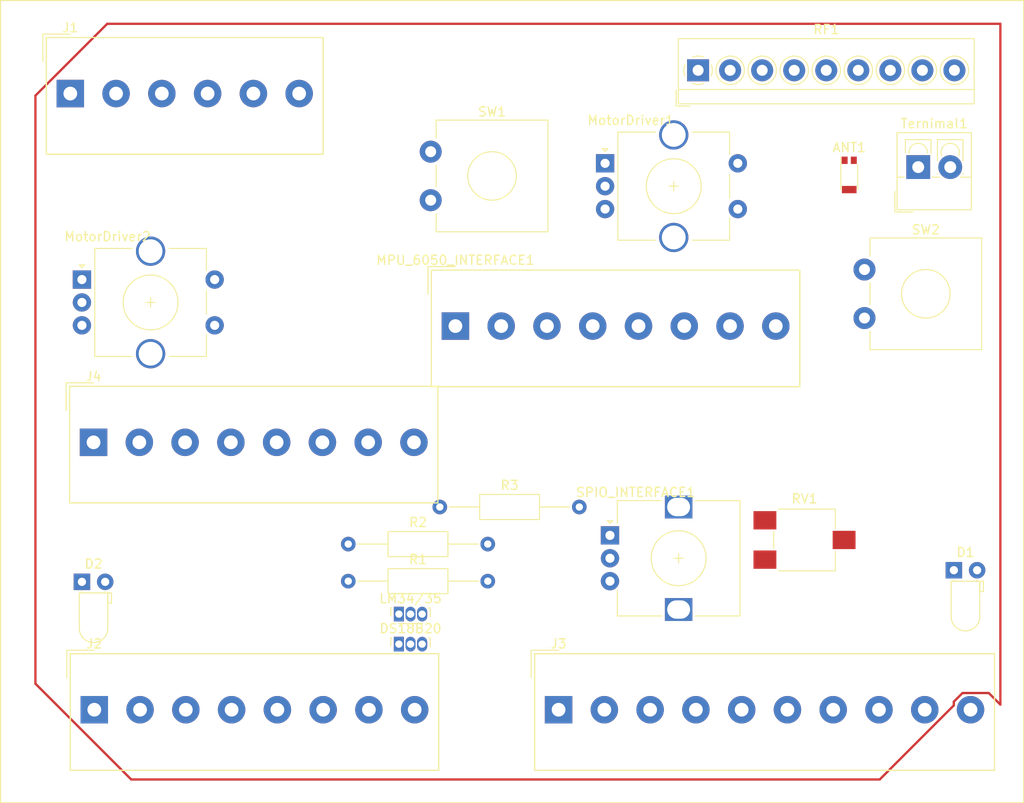
<source format=kicad_pcb>
(kicad_pcb (version 20171130) (host pcbnew "(5.1.5)-3")

  (general
    (thickness 1.6)
    (drawings 4)
    (tracks 11)
    (zones 0)
    (modules 21)
    (nets 43)
  )

  (page A4)
  (layers
    (0 F.Cu signal)
    (31 B.Cu signal)
    (32 B.Adhes user)
    (33 F.Adhes user)
    (34 B.Paste user)
    (35 F.Paste user)
    (36 B.SilkS user)
    (37 F.SilkS user)
    (38 B.Mask user)
    (39 F.Mask user)
    (40 Dwgs.User user)
    (41 Cmts.User user)
    (42 Eco1.User user)
    (43 Eco2.User user)
    (44 Edge.Cuts user)
    (45 Margin user)
    (46 B.CrtYd user)
    (47 F.CrtYd user)
    (48 B.Fab user)
    (49 F.Fab user)
  )

  (setup
    (last_trace_width 0.25)
    (trace_clearance 0.2)
    (zone_clearance 0.508)
    (zone_45_only no)
    (trace_min 0.2)
    (via_size 0.8)
    (via_drill 0.4)
    (via_min_size 0.4)
    (via_min_drill 0.3)
    (uvia_size 0.3)
    (uvia_drill 0.1)
    (uvias_allowed no)
    (uvia_min_size 0.2)
    (uvia_min_drill 0.1)
    (edge_width 0.05)
    (segment_width 0.2)
    (pcb_text_width 0.3)
    (pcb_text_size 1.5 1.5)
    (mod_edge_width 0.12)
    (mod_text_size 1 1)
    (mod_text_width 0.15)
    (pad_size 1.524 1.524)
    (pad_drill 0.762)
    (pad_to_mask_clearance 0.051)
    (solder_mask_min_width 0.25)
    (aux_axis_origin 0 0)
    (visible_elements FFFFFF7F)
    (pcbplotparams
      (layerselection 0x010fc_ffffffff)
      (usegerberextensions false)
      (usegerberattributes false)
      (usegerberadvancedattributes false)
      (creategerberjobfile false)
      (excludeedgelayer true)
      (linewidth 0.100000)
      (plotframeref false)
      (viasonmask false)
      (mode 1)
      (useauxorigin false)
      (hpglpennumber 1)
      (hpglpenspeed 20)
      (hpglpendiameter 15.000000)
      (psnegative false)
      (psa4output false)
      (plotreference true)
      (plotvalue true)
      (plotinvisibletext false)
      (padsonsilk false)
      (subtractmaskfromsilk false)
      (outputformat 1)
      (mirror false)
      (drillshape 1)
      (scaleselection 1)
      (outputdirectory ""))
  )

  (net 0 "")
  (net 1 GND)
  (net 2 "Net-(ANT1-Pad1)")
  (net 3 "Net-(D1-Pad2)")
  (net 4 +5V)
  (net 5 "Net-(D2-Pad2)")
  (net 6 /PC4)
  (net 7 /PC0)
  (net 8 /PC1)
  (net 9 /PC2)
  (net 10 /PC3)
  (net 11 /PC5)
  (net 12 "Net-(J2-Pad1)")
  (net 13 /NC)
  (net 14 +3V3)
  (net 15 /RST)
  (net 16 /VIN)
  (net 17 /REF)
  (net 18 /PB5)
  (net 19 /PB4)
  (net 20 /PB3)
  (net 21 /PB2)
  (net 22 /PB1)
  (net 23 /PB0)
  (net 24 /PD7)
  (net 25 /PD6)
  (net 26 /PD5)
  (net 27 /PD4)
  (net 28 /PD3)
  (net 29 /PD2)
  (net 30 /PD1)
  (net 31 /PD0)
  (net 32 "Net-(MPU_6050_INTERFACE1-Pad8)")
  (net 33 "Net-(MPU_6050_INTERFACE1-Pad7)")
  (net 34 "Net-(MPU_6050_INTERFACE1-Pad6)")
  (net 35 "Net-(MPU_6050_INTERFACE1-Pad5)")
  (net 36 "Net-(MPU_6050_INTERFACE1-Pad4)")
  (net 37 "Net-(MPU_6050_INTERFACE1-Pad3)")
  (net 38 "Net-(R3-Pad2)")
  (net 39 "Net-(RF1-Pad6)")
  (net 40 "Net-(RV1-Pad2)")
  (net 41 "Net-(Ternimal1-Pad1)")
  (net 42 "Net-(Ternimal1-Pad2)")

  (net_class Default "This is the default net class."
    (clearance 0.2)
    (trace_width 0.25)
    (via_dia 0.8)
    (via_drill 0.4)
    (uvia_dia 0.3)
    (uvia_drill 0.1)
    (add_net +3V3)
    (add_net +5V)
    (add_net /NC)
    (add_net /PB0)
    (add_net /PB1)
    (add_net /PB2)
    (add_net /PB3)
    (add_net /PB4)
    (add_net /PB5)
    (add_net /PC0)
    (add_net /PC1)
    (add_net /PC2)
    (add_net /PC3)
    (add_net /PC4)
    (add_net /PC5)
    (add_net /PD0)
    (add_net /PD1)
    (add_net /PD2)
    (add_net /PD3)
    (add_net /PD4)
    (add_net /PD5)
    (add_net /PD6)
    (add_net /PD7)
    (add_net /REF)
    (add_net /RST)
    (add_net /VIN)
    (add_net GND)
    (add_net "Net-(ANT1-Pad1)")
    (add_net "Net-(D1-Pad2)")
    (add_net "Net-(D2-Pad2)")
    (add_net "Net-(J2-Pad1)")
    (add_net "Net-(MPU_6050_INTERFACE1-Pad3)")
    (add_net "Net-(MPU_6050_INTERFACE1-Pad4)")
    (add_net "Net-(MPU_6050_INTERFACE1-Pad5)")
    (add_net "Net-(MPU_6050_INTERFACE1-Pad6)")
    (add_net "Net-(MPU_6050_INTERFACE1-Pad7)")
    (add_net "Net-(MPU_6050_INTERFACE1-Pad8)")
    (add_net "Net-(R3-Pad2)")
    (add_net "Net-(RF1-Pad6)")
    (add_net "Net-(RV1-Pad2)")
    (add_net "Net-(Ternimal1-Pad1)")
    (add_net "Net-(Ternimal1-Pad2)")
  )

  (module RF_Antenna:Pulse_W3011 (layer F.Cu) (tedit 5A03018F) (tstamp 5EB57DCE)
    (at 190.5 99.06)
    (descr "Pulse RF Antenna, 4mm Clearance")
    (tags "antenna rf")
    (path /5EB75166)
    (attr smd)
    (fp_text reference ANT1 (at 0 -3) (layer F.SilkS)
      (effects (font (size 1 1) (thickness 0.15)))
    )
    (fp_text value Antenna_Shield (at 0 3) (layer F.Fab)
      (effects (font (size 1 1) (thickness 0.15)))
    )
    (fp_line (start 0.925 1.6) (end 0.925 -1.125) (layer F.SilkS) (width 0.12))
    (fp_line (start -0.925 1.6) (end -0.925 -1.95) (layer F.SilkS) (width 0.12))
    (fp_text user "on all layers" (at -2.2 0 90) (layer Cmts.User)
      (effects (font (size 0.3 0.3) (thickness 0.03)))
    )
    (fp_text user "No copper" (at -2.7 0 90) (layer Cmts.User)
      (effects (font (size 0.3 0.3) (thickness 0.03)))
    )
    (fp_text user %R (at 0.05 -0.05) (layer F.Fab)
      (effects (font (size 0.3 0.3) (thickness 0.03)))
    )
    (fp_line (start -3.2 -2) (end 1.05 2) (layer Dwgs.User) (width 0.05))
    (fp_line (start 1.05 -2) (end -3.2 2) (layer Dwgs.User) (width 0.05))
    (fp_line (start -3.2 2) (end 1.05 2) (layer Dwgs.User) (width 0.05))
    (fp_line (start -3.2 -2) (end -3.2 2) (layer Dwgs.User) (width 0.05))
    (fp_line (start 1.05 -2) (end -3.2 -2) (layer Dwgs.User) (width 0.05))
    (fp_line (start 1.05 2) (end 1.05 -2) (layer Dwgs.User) (width 0.05))
    (fp_line (start 1.3 -2.5) (end 1.3 2.5) (layer F.CrtYd) (width 0.05))
    (fp_line (start -1.33 2.5) (end 1.3 2.5) (layer F.CrtYd) (width 0.05))
    (fp_line (start -1.33 -2.5) (end -1.33 2.5) (layer F.CrtYd) (width 0.05))
    (fp_line (start -1.33 -2.5) (end 1.3 -2.5) (layer F.CrtYd) (width 0.05))
    (fp_line (start -0.8 -1.6) (end 0.8 -1.6) (layer F.Fab) (width 0.1))
    (fp_line (start 0.8 1.6) (end 0.8 -1.6) (layer F.Fab) (width 0.1))
    (fp_line (start -0.8 1.6) (end -0.8 -1.6) (layer F.Fab) (width 0.1))
    (fp_line (start -0.8 1.6) (end 0.8 1.6) (layer F.Fab) (width 0.1))
    (pad 2 smd trapezoid (at 0.5 -1.6 90) (size 0.8 0.65) (layers F.Cu F.Paste F.Mask)
      (net 1 GND))
    (pad 1 smd trapezoid (at -0.5 -1.6 90) (size 0.8 0.65) (layers F.Cu F.Paste F.Mask)
      (net 2 "Net-(ANT1-Pad1)"))
    (pad 2 smd trapezoid (at 0 1.6 90) (size 0.8 1.6) (layers F.Cu F.Paste F.Mask)
      (net 1 GND))
    (model ${KISYS3DMOD}/RF_Antenna.3dshapes/Pulse_W3011.wrl
      (at (xyz 0 0 0))
      (scale (xyz 1 1 1))
      (rotate (xyz 0 0 0))
    )
  )

  (module LED_THT:LED_D3.0mm_Horizontal_O1.27mm_Z2.0mm_Clear (layer F.Cu) (tedit 5A6C9E1C) (tstamp 5EB57DF9)
    (at 201.93 142.24)
    (descr "LED, diameter 3.0mm z-position of LED center 2.0mm, 2 pins")
    (tags "LED diameter 3.0mm z-position of LED center 2.0mm 2 pins")
    (path /5EB51087)
    (fp_text reference D1 (at 1.27 -1.96) (layer F.SilkS)
      (effects (font (size 1 1) (thickness 0.15)))
    )
    (fp_text value LED_ALT (at 1.27 7.63) (layer F.Fab)
      (effects (font (size 1 1) (thickness 0.15)))
    )
    (fp_arc (start 1.27 5.07) (end -0.29 5.07) (angle -180) (layer F.SilkS) (width 0.12))
    (fp_arc (start 1.27 5.07) (end -0.23 5.07) (angle -180) (layer F.Fab) (width 0.1))
    (fp_line (start 3.75 -1.25) (end -1.25 -1.25) (layer F.CrtYd) (width 0.05))
    (fp_line (start 3.75 6.9) (end 3.75 -1.25) (layer F.CrtYd) (width 0.05))
    (fp_line (start -1.25 6.9) (end 3.75 6.9) (layer F.CrtYd) (width 0.05))
    (fp_line (start -1.25 -1.25) (end -1.25 6.9) (layer F.CrtYd) (width 0.05))
    (fp_line (start 2.54 1.08) (end 2.54 1.08) (layer F.SilkS) (width 0.12))
    (fp_line (start 2.54 1.21) (end 2.54 1.08) (layer F.SilkS) (width 0.12))
    (fp_line (start 2.54 1.21) (end 2.54 1.21) (layer F.SilkS) (width 0.12))
    (fp_line (start 2.54 1.08) (end 2.54 1.21) (layer F.SilkS) (width 0.12))
    (fp_line (start 0 1.08) (end 0 1.08) (layer F.SilkS) (width 0.12))
    (fp_line (start 0 1.21) (end 0 1.08) (layer F.SilkS) (width 0.12))
    (fp_line (start 0 1.21) (end 0 1.21) (layer F.SilkS) (width 0.12))
    (fp_line (start 0 1.08) (end 0 1.21) (layer F.SilkS) (width 0.12))
    (fp_line (start 2.83 1.21) (end 3.23 1.21) (layer F.SilkS) (width 0.12))
    (fp_line (start 2.83 2.33) (end 2.83 1.21) (layer F.SilkS) (width 0.12))
    (fp_line (start 3.23 2.33) (end 2.83 2.33) (layer F.SilkS) (width 0.12))
    (fp_line (start 3.23 1.21) (end 3.23 2.33) (layer F.SilkS) (width 0.12))
    (fp_line (start -0.29 1.21) (end 2.83 1.21) (layer F.SilkS) (width 0.12))
    (fp_line (start 2.83 1.21) (end 2.83 5.07) (layer F.SilkS) (width 0.12))
    (fp_line (start -0.29 1.21) (end -0.29 5.07) (layer F.SilkS) (width 0.12))
    (fp_line (start 2.54 0) (end 2.54 0) (layer F.Fab) (width 0.1))
    (fp_line (start 2.54 1.27) (end 2.54 0) (layer F.Fab) (width 0.1))
    (fp_line (start 2.54 1.27) (end 2.54 1.27) (layer F.Fab) (width 0.1))
    (fp_line (start 2.54 0) (end 2.54 1.27) (layer F.Fab) (width 0.1))
    (fp_line (start 0 0) (end 0 0) (layer F.Fab) (width 0.1))
    (fp_line (start 0 1.27) (end 0 0) (layer F.Fab) (width 0.1))
    (fp_line (start 0 1.27) (end 0 1.27) (layer F.Fab) (width 0.1))
    (fp_line (start 0 0) (end 0 1.27) (layer F.Fab) (width 0.1))
    (fp_line (start 2.77 1.27) (end 3.17 1.27) (layer F.Fab) (width 0.1))
    (fp_line (start 2.77 2.27) (end 2.77 1.27) (layer F.Fab) (width 0.1))
    (fp_line (start 3.17 2.27) (end 2.77 2.27) (layer F.Fab) (width 0.1))
    (fp_line (start 3.17 1.27) (end 3.17 2.27) (layer F.Fab) (width 0.1))
    (fp_line (start -0.23 1.27) (end 2.77 1.27) (layer F.Fab) (width 0.1))
    (fp_line (start 2.77 1.27) (end 2.77 5.07) (layer F.Fab) (width 0.1))
    (fp_line (start -0.23 1.27) (end -0.23 5.07) (layer F.Fab) (width 0.1))
    (fp_text user %R (at 1.27 0) (layer F.Fab)
      (effects (font (size 1 1) (thickness 0.15)))
    )
    (pad 2 thru_hole circle (at 2.54 0) (size 1.8 1.8) (drill 0.9) (layers *.Cu *.Mask)
      (net 3 "Net-(D1-Pad2)"))
    (pad 1 thru_hole rect (at 0 0) (size 1.8 1.8) (drill 0.9) (layers *.Cu *.Mask)
      (net 4 +5V))
    (model ${KISYS3DMOD}/LED_THT.3dshapes/LED_D3.0mm_Horizontal_O1.27mm_Z2.0mm_Clear.wrl
      (at (xyz 0 0 0))
      (scale (xyz 1 1 1))
      (rotate (xyz 0 0 0))
    )
  )

  (module LED_THT:LED_D3.0mm_Horizontal_O1.27mm_Z2.0mm_Clear (layer F.Cu) (tedit 5A6C9E1C) (tstamp 5EB57E24)
    (at 106.68 143.51)
    (descr "LED, diameter 3.0mm z-position of LED center 2.0mm, 2 pins")
    (tags "LED diameter 3.0mm z-position of LED center 2.0mm 2 pins")
    (path /5EB52551)
    (fp_text reference D2 (at 1.27 -1.96) (layer F.SilkS)
      (effects (font (size 1 1) (thickness 0.15)))
    )
    (fp_text value LED_ALT (at 1.27 7.63) (layer F.Fab)
      (effects (font (size 1 1) (thickness 0.15)))
    )
    (fp_text user %R (at 1.27 0) (layer F.Fab)
      (effects (font (size 1 1) (thickness 0.15)))
    )
    (fp_line (start -0.23 1.27) (end -0.23 5.07) (layer F.Fab) (width 0.1))
    (fp_line (start 2.77 1.27) (end 2.77 5.07) (layer F.Fab) (width 0.1))
    (fp_line (start -0.23 1.27) (end 2.77 1.27) (layer F.Fab) (width 0.1))
    (fp_line (start 3.17 1.27) (end 3.17 2.27) (layer F.Fab) (width 0.1))
    (fp_line (start 3.17 2.27) (end 2.77 2.27) (layer F.Fab) (width 0.1))
    (fp_line (start 2.77 2.27) (end 2.77 1.27) (layer F.Fab) (width 0.1))
    (fp_line (start 2.77 1.27) (end 3.17 1.27) (layer F.Fab) (width 0.1))
    (fp_line (start 0 0) (end 0 1.27) (layer F.Fab) (width 0.1))
    (fp_line (start 0 1.27) (end 0 1.27) (layer F.Fab) (width 0.1))
    (fp_line (start 0 1.27) (end 0 0) (layer F.Fab) (width 0.1))
    (fp_line (start 0 0) (end 0 0) (layer F.Fab) (width 0.1))
    (fp_line (start 2.54 0) (end 2.54 1.27) (layer F.Fab) (width 0.1))
    (fp_line (start 2.54 1.27) (end 2.54 1.27) (layer F.Fab) (width 0.1))
    (fp_line (start 2.54 1.27) (end 2.54 0) (layer F.Fab) (width 0.1))
    (fp_line (start 2.54 0) (end 2.54 0) (layer F.Fab) (width 0.1))
    (fp_line (start -0.29 1.21) (end -0.29 5.07) (layer F.SilkS) (width 0.12))
    (fp_line (start 2.83 1.21) (end 2.83 5.07) (layer F.SilkS) (width 0.12))
    (fp_line (start -0.29 1.21) (end 2.83 1.21) (layer F.SilkS) (width 0.12))
    (fp_line (start 3.23 1.21) (end 3.23 2.33) (layer F.SilkS) (width 0.12))
    (fp_line (start 3.23 2.33) (end 2.83 2.33) (layer F.SilkS) (width 0.12))
    (fp_line (start 2.83 2.33) (end 2.83 1.21) (layer F.SilkS) (width 0.12))
    (fp_line (start 2.83 1.21) (end 3.23 1.21) (layer F.SilkS) (width 0.12))
    (fp_line (start 0 1.08) (end 0 1.21) (layer F.SilkS) (width 0.12))
    (fp_line (start 0 1.21) (end 0 1.21) (layer F.SilkS) (width 0.12))
    (fp_line (start 0 1.21) (end 0 1.08) (layer F.SilkS) (width 0.12))
    (fp_line (start 0 1.08) (end 0 1.08) (layer F.SilkS) (width 0.12))
    (fp_line (start 2.54 1.08) (end 2.54 1.21) (layer F.SilkS) (width 0.12))
    (fp_line (start 2.54 1.21) (end 2.54 1.21) (layer F.SilkS) (width 0.12))
    (fp_line (start 2.54 1.21) (end 2.54 1.08) (layer F.SilkS) (width 0.12))
    (fp_line (start 2.54 1.08) (end 2.54 1.08) (layer F.SilkS) (width 0.12))
    (fp_line (start -1.25 -1.25) (end -1.25 6.9) (layer F.CrtYd) (width 0.05))
    (fp_line (start -1.25 6.9) (end 3.75 6.9) (layer F.CrtYd) (width 0.05))
    (fp_line (start 3.75 6.9) (end 3.75 -1.25) (layer F.CrtYd) (width 0.05))
    (fp_line (start 3.75 -1.25) (end -1.25 -1.25) (layer F.CrtYd) (width 0.05))
    (fp_arc (start 1.27 5.07) (end -0.23 5.07) (angle -180) (layer F.Fab) (width 0.1))
    (fp_arc (start 1.27 5.07) (end -0.29 5.07) (angle -180) (layer F.SilkS) (width 0.12))
    (pad 1 thru_hole rect (at 0 0) (size 1.8 1.8) (drill 0.9) (layers *.Cu *.Mask)
      (net 4 +5V))
    (pad 2 thru_hole circle (at 2.54 0) (size 1.8 1.8) (drill 0.9) (layers *.Cu *.Mask)
      (net 5 "Net-(D2-Pad2)"))
    (model ${KISYS3DMOD}/LED_THT.3dshapes/LED_D3.0mm_Horizontal_O1.27mm_Z2.0mm_Clear.wrl
      (at (xyz 0 0 0))
      (scale (xyz 1 1 1))
      (rotate (xyz 0 0 0))
    )
  )

  (module Sensor_Current:Diodes_SIP-3_4.1x1.5mm_P1.27mm (layer F.Cu) (tedit 5C1D52A1) (tstamp 5EB57E3B)
    (at 141.305001 150.315001)
    (descr "Diodes SIP-3 Bulk Pack, 1.27mm Pitch (https://www.diodes.com/assets/Package-Files/SIP-3-Bulk-Pack.pdf)")
    (tags "Diodes SIP-3 Bulk Pack")
    (path /5EB617D0)
    (fp_text reference DS18B20 (at 1.27 -1.7) (layer F.SilkS)
      (effects (font (size 1 1) (thickness 0.15)))
    )
    (fp_text value Conn_01x03_Female (at 1.27 2) (layer F.Fab)
      (effects (font (size 1 1) (thickness 0.15)))
    )
    (fp_line (start -0.81 -0.68) (end -0.89 -0.68) (layer F.SilkS) (width 0.12))
    (fp_line (start 3.25 -0.68) (end 3.43 -0.68) (layer F.SilkS) (width 0.12))
    (fp_line (start -0.89 -0.68) (end -0.89 0.19) (layer F.SilkS) (width 0.12))
    (fp_line (start 3.43 -0.68) (end 3.43 0.3) (layer F.SilkS) (width 0.12))
    (fp_line (start -0.04 1.04) (end 2.58 1.04) (layer F.SilkS) (width 0.12))
    (fp_line (start -0.78 -0.57) (end -0.78 0.19) (layer F.Fab) (width 0.1))
    (fp_line (start -0.78 -0.57) (end 3.32 -0.57) (layer F.Fab) (width 0.1))
    (fp_line (start 3.32 -0.57) (end 3.32 0.19) (layer F.Fab) (width 0.1))
    (fp_line (start 3.32 0.19) (end 2.58 0.93) (layer F.Fab) (width 0.1))
    (fp_line (start -0.04 0.93) (end 2.58 0.93) (layer F.Fab) (width 0.1))
    (fp_line (start -0.78 0.19) (end -0.04 0.93) (layer F.Fab) (width 0.1))
    (fp_line (start 3.57 -1.05) (end -1.03 -1.05) (layer F.CrtYd) (width 0.05))
    (fp_line (start -1.03 -1.05) (end -1.03 1.18) (layer F.CrtYd) (width 0.05))
    (fp_line (start -1.03 1.18) (end 3.57 1.18) (layer F.CrtYd) (width 0.05))
    (fp_line (start 3.57 -1.05) (end 3.57 1.18) (layer F.CrtYd) (width 0.05))
    (fp_text user %R (at 1.27 0) (layer F.Fab)
      (effects (font (size 0.7 0.7) (thickness 0.1)))
    )
    (pad 3 thru_hole oval (at 2.54 0) (size 1.1 1.6) (drill 0.8) (layers *.Cu *.Mask)
      (net 4 +5V))
    (pad 2 thru_hole oval (at 1.27 0) (size 1.1 1.6) (drill 0.8) (layers *.Cu *.Mask)
      (net 6 /PC4))
    (pad 1 thru_hole rect (at 0 0) (size 1.1 1.6) (drill 0.8) (layers *.Cu *.Mask)
      (net 1 GND))
    (model ${KISYS3DMOD}/Sensor_Current.3dshapes/Diodes_SIP-3_4.1x1.5mm_P1.27mm.wrl
      (at (xyz 0 0 0))
      (scale (xyz 1 1 1))
      (rotate (xyz 0 0 0))
    )
  )

  (module TerminalBlock_Altech:Altech_AK300_1x06_P5.00mm_45-Degree (layer F.Cu) (tedit 5C27907F) (tstamp 5EB57E59)
    (at 105.41 90.17)
    (descr "Altech AK300 serie terminal block (Script generated with StandardBox.py) (http://www.altechcorp.com/PDFS/PCBMETRC.PDF)")
    (tags "Altech AK300 serie connector")
    (path /5EB3DC25)
    (fp_text reference J1 (at 0 -7.2) (layer F.SilkS)
      (effects (font (size 1 1) (thickness 0.15)))
    )
    (fp_text value Conn_01x06 (at 12.5 7.5) (layer F.Fab)
      (effects (font (size 1 1) (thickness 0.15)))
    )
    (fp_line (start -2 -6) (end 27.5 -6) (layer F.Fab) (width 0.1))
    (fp_line (start 27.5 -6) (end 27.5 6.5) (layer F.Fab) (width 0.1))
    (fp_line (start 27.5 6.5) (end -2.5 6.5) (layer F.Fab) (width 0.1))
    (fp_line (start -2.5 6.5) (end -2.5 -5.5) (layer F.Fab) (width 0.1))
    (fp_line (start -2.5 -5.5) (end -2 -6) (layer F.Fab) (width 0.1))
    (fp_line (start -3 -3.5) (end -3 -6.5) (layer F.SilkS) (width 0.12))
    (fp_line (start -3 -6.5) (end 0 -6.5) (layer F.SilkS) (width 0.12))
    (fp_line (start -2.62 -6.12) (end 27.62 -6.12) (layer F.SilkS) (width 0.12))
    (fp_line (start 27.62 -6.12) (end 27.62 6.62) (layer F.SilkS) (width 0.12))
    (fp_line (start -2.62 6.62) (end 27.62 6.62) (layer F.SilkS) (width 0.12))
    (fp_line (start -2.62 -6.12) (end -2.62 6.62) (layer F.SilkS) (width 0.12))
    (fp_line (start -2.62 -6.12) (end 27.62 -6.12) (layer F.SilkS) (width 0.12))
    (fp_line (start 27.62 -6.12) (end 27.62 6.62) (layer F.SilkS) (width 0.12))
    (fp_line (start -2.62 6.62) (end 27.62 6.62) (layer F.SilkS) (width 0.12))
    (fp_line (start -2.62 -6.12) (end -2.62 6.62) (layer F.SilkS) (width 0.12))
    (fp_line (start -2.75 -6.25) (end 27.75 -6.25) (layer F.CrtYd) (width 0.05))
    (fp_line (start 27.75 -6.25) (end 27.75 6.75) (layer F.CrtYd) (width 0.05))
    (fp_line (start -2.75 6.75) (end 27.75 6.75) (layer F.CrtYd) (width 0.05))
    (fp_line (start -2.75 -6.25) (end -2.75 6.75) (layer F.CrtYd) (width 0.05))
    (fp_text user %R (at 12.5 0.25) (layer F.Fab)
      (effects (font (size 1 1) (thickness 0.15)))
    )
    (pad 1 thru_hole rect (at 0 0) (size 3 3) (drill 1.5) (layers *.Cu *.Mask)
      (net 7 /PC0))
    (pad 2 thru_hole circle (at 5 0) (size 3 3) (drill 1.5) (layers *.Cu *.Mask)
      (net 8 /PC1))
    (pad 3 thru_hole circle (at 10 0) (size 3 3) (drill 1.5) (layers *.Cu *.Mask)
      (net 9 /PC2))
    (pad 4 thru_hole circle (at 15 0) (size 3 3) (drill 1.5) (layers *.Cu *.Mask)
      (net 10 /PC3))
    (pad 5 thru_hole circle (at 20 0) (size 3 3) (drill 1.5) (layers *.Cu *.Mask)
      (net 6 /PC4))
    (pad 6 thru_hole circle (at 25 0) (size 3 3) (drill 1.5) (layers *.Cu *.Mask)
      (net 11 /PC5))
    (model ${KISYS3DMOD}/TerminalBlock_Altech.3dshapes/Altech_AK300_1x06_P5.00mm_45-Degree.wrl
      (at (xyz 0 0 0))
      (scale (xyz 1 1 1))
      (rotate (xyz 0 0 0))
    )
  )

  (module TerminalBlock_Altech:Altech_AK300_1x08_P5.00mm_45-Degree (layer F.Cu) (tedit 5C27907F) (tstamp 5EB57E79)
    (at 108.03 157.48)
    (descr "Altech AK300 serie terminal block (Script generated with StandardBox.py) (http://www.altechcorp.com/PDFS/PCBMETRC.PDF)")
    (tags "Altech AK300 serie connector")
    (path /5EB3E943)
    (fp_text reference J2 (at 0 -7.2) (layer F.SilkS)
      (effects (font (size 1 1) (thickness 0.15)))
    )
    (fp_text value Conn_01x08 (at 17.5 7.5) (layer F.Fab)
      (effects (font (size 1 1) (thickness 0.15)))
    )
    (fp_line (start -2 -6) (end 37.5 -6) (layer F.Fab) (width 0.1))
    (fp_line (start 37.5 -6) (end 37.5 6.5) (layer F.Fab) (width 0.1))
    (fp_line (start 37.5 6.5) (end -2.5 6.5) (layer F.Fab) (width 0.1))
    (fp_line (start -2.5 6.5) (end -2.5 -5.5) (layer F.Fab) (width 0.1))
    (fp_line (start -2.5 -5.5) (end -2 -6) (layer F.Fab) (width 0.1))
    (fp_line (start -3 -3.5) (end -3 -6.5) (layer F.SilkS) (width 0.12))
    (fp_line (start -3 -6.5) (end 0 -6.5) (layer F.SilkS) (width 0.12))
    (fp_line (start -2.62 -6.12) (end 37.62 -6.12) (layer F.SilkS) (width 0.12))
    (fp_line (start 37.62 -6.12) (end 37.62 6.62) (layer F.SilkS) (width 0.12))
    (fp_line (start -2.62 6.62) (end 37.62 6.62) (layer F.SilkS) (width 0.12))
    (fp_line (start -2.62 -6.12) (end -2.62 6.62) (layer F.SilkS) (width 0.12))
    (fp_line (start -2.62 -6.12) (end 37.62 -6.12) (layer F.SilkS) (width 0.12))
    (fp_line (start 37.62 -6.12) (end 37.62 6.62) (layer F.SilkS) (width 0.12))
    (fp_line (start -2.62 6.62) (end 37.62 6.62) (layer F.SilkS) (width 0.12))
    (fp_line (start -2.62 -6.12) (end -2.62 6.62) (layer F.SilkS) (width 0.12))
    (fp_line (start -2.75 -6.25) (end 37.75 -6.25) (layer F.CrtYd) (width 0.05))
    (fp_line (start 37.75 -6.25) (end 37.75 6.75) (layer F.CrtYd) (width 0.05))
    (fp_line (start -2.75 6.75) (end 37.75 6.75) (layer F.CrtYd) (width 0.05))
    (fp_line (start -2.75 -6.25) (end -2.75 6.75) (layer F.CrtYd) (width 0.05))
    (fp_text user %R (at 17.5 0.25) (layer F.Fab)
      (effects (font (size 1 1) (thickness 0.15)))
    )
    (pad 1 thru_hole rect (at 0 0) (size 3 3) (drill 1.5) (layers *.Cu *.Mask)
      (net 12 "Net-(J2-Pad1)"))
    (pad 2 thru_hole circle (at 5 0) (size 3 3) (drill 1.5) (layers *.Cu *.Mask)
      (net 13 /NC))
    (pad 3 thru_hole circle (at 10 0) (size 3 3) (drill 1.5) (layers *.Cu *.Mask)
      (net 14 +3V3))
    (pad 4 thru_hole circle (at 15 0) (size 3 3) (drill 1.5) (layers *.Cu *.Mask)
      (net 4 +5V))
    (pad 5 thru_hole circle (at 20 0) (size 3 3) (drill 1.5) (layers *.Cu *.Mask)
      (net 1 GND))
    (pad 6 thru_hole circle (at 25 0) (size 3 3) (drill 1.5) (layers *.Cu *.Mask)
      (net 1 GND))
    (pad 7 thru_hole circle (at 30 0) (size 3 3) (drill 1.5) (layers *.Cu *.Mask)
      (net 15 /RST))
    (pad 8 thru_hole circle (at 35 0) (size 3 3) (drill 1.5) (layers *.Cu *.Mask)
      (net 16 /VIN))
    (model ${KISYS3DMOD}/TerminalBlock_Altech.3dshapes/Altech_AK300_1x08_P5.00mm_45-Degree.wrl
      (at (xyz 0 0 0))
      (scale (xyz 1 1 1))
      (rotate (xyz 0 0 0))
    )
  )

  (module TerminalBlock_Altech:Altech_AK300_1x10_P5.00mm_45-Degree (layer F.Cu) (tedit 5C27907F) (tstamp 5EB57E9B)
    (at 158.75 157.48)
    (descr "Altech AK300 serie terminal block (Script generated with StandardBox.py) (http://www.altechcorp.com/PDFS/PCBMETRC.PDF)")
    (tags "Altech AK300 serie connector")
    (path /5EB417B9)
    (fp_text reference J3 (at 0 -7.2) (layer F.SilkS)
      (effects (font (size 1 1) (thickness 0.15)))
    )
    (fp_text value Conn_01x10 (at 22.5 7.5) (layer F.Fab)
      (effects (font (size 1 1) (thickness 0.15)))
    )
    (fp_line (start -2 -6) (end 47.5 -6) (layer F.Fab) (width 0.1))
    (fp_line (start 47.5 -6) (end 47.5 6.5) (layer F.Fab) (width 0.1))
    (fp_line (start 47.5 6.5) (end -2.5 6.5) (layer F.Fab) (width 0.1))
    (fp_line (start -2.5 6.5) (end -2.5 -5.5) (layer F.Fab) (width 0.1))
    (fp_line (start -2.5 -5.5) (end -2 -6) (layer F.Fab) (width 0.1))
    (fp_line (start -3 -3.5) (end -3 -6.5) (layer F.SilkS) (width 0.12))
    (fp_line (start -3 -6.5) (end 0 -6.5) (layer F.SilkS) (width 0.12))
    (fp_line (start -2.62 -6.12) (end 47.62 -6.12) (layer F.SilkS) (width 0.12))
    (fp_line (start 47.62 -6.12) (end 47.62 6.62) (layer F.SilkS) (width 0.12))
    (fp_line (start -2.62 6.62) (end 47.62 6.62) (layer F.SilkS) (width 0.12))
    (fp_line (start -2.62 -6.12) (end -2.62 6.62) (layer F.SilkS) (width 0.12))
    (fp_line (start -2.62 -6.12) (end 47.62 -6.12) (layer F.SilkS) (width 0.12))
    (fp_line (start 47.62 -6.12) (end 47.62 6.62) (layer F.SilkS) (width 0.12))
    (fp_line (start -2.62 6.62) (end 47.62 6.62) (layer F.SilkS) (width 0.12))
    (fp_line (start -2.62 -6.12) (end -2.62 6.62) (layer F.SilkS) (width 0.12))
    (fp_line (start -2.75 -6.25) (end 47.75 -6.25) (layer F.CrtYd) (width 0.05))
    (fp_line (start 47.75 -6.25) (end 47.75 6.75) (layer F.CrtYd) (width 0.05))
    (fp_line (start -2.75 6.75) (end 47.75 6.75) (layer F.CrtYd) (width 0.05))
    (fp_line (start -2.75 -6.25) (end -2.75 6.75) (layer F.CrtYd) (width 0.05))
    (fp_text user %R (at 22.5 0.25) (layer F.Fab)
      (effects (font (size 1 1) (thickness 0.15)))
    )
    (pad 1 thru_hole rect (at 0 0) (size 3 3) (drill 1.5) (layers *.Cu *.Mask)
      (net 11 /PC5))
    (pad 2 thru_hole circle (at 5 0) (size 3 3) (drill 1.5) (layers *.Cu *.Mask)
      (net 6 /PC4))
    (pad 3 thru_hole circle (at 10 0) (size 3 3) (drill 1.5) (layers *.Cu *.Mask)
      (net 17 /REF))
    (pad 4 thru_hole circle (at 15 0) (size 3 3) (drill 1.5) (layers *.Cu *.Mask)
      (net 1 GND))
    (pad 5 thru_hole circle (at 20 0) (size 3 3) (drill 1.5) (layers *.Cu *.Mask)
      (net 18 /PB5))
    (pad 6 thru_hole circle (at 25 0) (size 3 3) (drill 1.5) (layers *.Cu *.Mask)
      (net 19 /PB4))
    (pad 7 thru_hole circle (at 30 0) (size 3 3) (drill 1.5) (layers *.Cu *.Mask)
      (net 20 /PB3))
    (pad 8 thru_hole circle (at 35 0) (size 3 3) (drill 1.5) (layers *.Cu *.Mask)
      (net 21 /PB2))
    (pad 9 thru_hole circle (at 40 0) (size 3 3) (drill 1.5) (layers *.Cu *.Mask)
      (net 22 /PB1))
    (pad 10 thru_hole circle (at 45 0) (size 3 3) (drill 1.5) (layers *.Cu *.Mask)
      (net 23 /PB0))
    (model ${KISYS3DMOD}/TerminalBlock_Altech.3dshapes/Altech_AK300_1x10_P5.00mm_45-Degree.wrl
      (at (xyz 0 0 0))
      (scale (xyz 1 1 1))
      (rotate (xyz 0 0 0))
    )
  )

  (module TerminalBlock_Altech:Altech_AK300_1x08_P5.00mm_45-Degree (layer F.Cu) (tedit 5C27907F) (tstamp 5EB57EBB)
    (at 107.95 128.27)
    (descr "Altech AK300 serie terminal block (Script generated with StandardBox.py) (http://www.altechcorp.com/PDFS/PCBMETRC.PDF)")
    (tags "Altech AK300 serie connector")
    (path /5EB42DEF)
    (fp_text reference J4 (at 0 -7.2) (layer F.SilkS)
      (effects (font (size 1 1) (thickness 0.15)))
    )
    (fp_text value Conn_01x08 (at 17.5 7.5) (layer F.Fab)
      (effects (font (size 1 1) (thickness 0.15)))
    )
    (fp_line (start -2 -6) (end 37.5 -6) (layer F.Fab) (width 0.1))
    (fp_line (start 37.5 -6) (end 37.5 6.5) (layer F.Fab) (width 0.1))
    (fp_line (start 37.5 6.5) (end -2.5 6.5) (layer F.Fab) (width 0.1))
    (fp_line (start -2.5 6.5) (end -2.5 -5.5) (layer F.Fab) (width 0.1))
    (fp_line (start -2.5 -5.5) (end -2 -6) (layer F.Fab) (width 0.1))
    (fp_line (start -3 -3.5) (end -3 -6.5) (layer F.SilkS) (width 0.12))
    (fp_line (start -3 -6.5) (end 0 -6.5) (layer F.SilkS) (width 0.12))
    (fp_line (start -2.62 -6.12) (end 37.62 -6.12) (layer F.SilkS) (width 0.12))
    (fp_line (start 37.62 -6.12) (end 37.62 6.62) (layer F.SilkS) (width 0.12))
    (fp_line (start -2.62 6.62) (end 37.62 6.62) (layer F.SilkS) (width 0.12))
    (fp_line (start -2.62 -6.12) (end -2.62 6.62) (layer F.SilkS) (width 0.12))
    (fp_line (start -2.62 -6.12) (end 37.62 -6.12) (layer F.SilkS) (width 0.12))
    (fp_line (start 37.62 -6.12) (end 37.62 6.62) (layer F.SilkS) (width 0.12))
    (fp_line (start -2.62 6.62) (end 37.62 6.62) (layer F.SilkS) (width 0.12))
    (fp_line (start -2.62 -6.12) (end -2.62 6.62) (layer F.SilkS) (width 0.12))
    (fp_line (start -2.75 -6.25) (end 37.75 -6.25) (layer F.CrtYd) (width 0.05))
    (fp_line (start 37.75 -6.25) (end 37.75 6.75) (layer F.CrtYd) (width 0.05))
    (fp_line (start -2.75 6.75) (end 37.75 6.75) (layer F.CrtYd) (width 0.05))
    (fp_line (start -2.75 -6.25) (end -2.75 6.75) (layer F.CrtYd) (width 0.05))
    (fp_text user %R (at 17.5 0.25) (layer F.Fab)
      (effects (font (size 1 1) (thickness 0.15)))
    )
    (pad 1 thru_hole rect (at 0 0) (size 3 3) (drill 1.5) (layers *.Cu *.Mask)
      (net 24 /PD7))
    (pad 2 thru_hole circle (at 5 0) (size 3 3) (drill 1.5) (layers *.Cu *.Mask)
      (net 25 /PD6))
    (pad 3 thru_hole circle (at 10 0) (size 3 3) (drill 1.5) (layers *.Cu *.Mask)
      (net 26 /PD5))
    (pad 4 thru_hole circle (at 15 0) (size 3 3) (drill 1.5) (layers *.Cu *.Mask)
      (net 27 /PD4))
    (pad 5 thru_hole circle (at 20 0) (size 3 3) (drill 1.5) (layers *.Cu *.Mask)
      (net 28 /PD3))
    (pad 6 thru_hole circle (at 25 0) (size 3 3) (drill 1.5) (layers *.Cu *.Mask)
      (net 29 /PD2))
    (pad 7 thru_hole circle (at 30 0) (size 3 3) (drill 1.5) (layers *.Cu *.Mask)
      (net 30 /PD1))
    (pad 8 thru_hole circle (at 35 0) (size 3 3) (drill 1.5) (layers *.Cu *.Mask)
      (net 31 /PD0))
    (model ${KISYS3DMOD}/TerminalBlock_Altech.3dshapes/Altech_AK300_1x08_P5.00mm_45-Degree.wrl
      (at (xyz 0 0 0))
      (scale (xyz 1 1 1))
      (rotate (xyz 0 0 0))
    )
  )

  (module Sensor_Current:Diodes_SIP-3_4.1x1.5mm_P1.27mm (layer F.Cu) (tedit 5C1D52A1) (tstamp 5EB57ED2)
    (at 141.305001 147.035001)
    (descr "Diodes SIP-3 Bulk Pack, 1.27mm Pitch (https://www.diodes.com/assets/Package-Files/SIP-3-Bulk-Pack.pdf)")
    (tags "Diodes SIP-3 Bulk Pack")
    (path /5EB63DB1)
    (fp_text reference LM34/35 (at 1.27 -1.7) (layer F.SilkS)
      (effects (font (size 1 1) (thickness 0.15)))
    )
    (fp_text value Conn_01x03_Female (at 1.27 2) (layer F.Fab)
      (effects (font (size 1 1) (thickness 0.15)))
    )
    (fp_text user %R (at 1.27 0) (layer F.Fab)
      (effects (font (size 0.7 0.7) (thickness 0.1)))
    )
    (fp_line (start 3.57 -1.05) (end 3.57 1.18) (layer F.CrtYd) (width 0.05))
    (fp_line (start -1.03 1.18) (end 3.57 1.18) (layer F.CrtYd) (width 0.05))
    (fp_line (start -1.03 -1.05) (end -1.03 1.18) (layer F.CrtYd) (width 0.05))
    (fp_line (start 3.57 -1.05) (end -1.03 -1.05) (layer F.CrtYd) (width 0.05))
    (fp_line (start -0.78 0.19) (end -0.04 0.93) (layer F.Fab) (width 0.1))
    (fp_line (start -0.04 0.93) (end 2.58 0.93) (layer F.Fab) (width 0.1))
    (fp_line (start 3.32 0.19) (end 2.58 0.93) (layer F.Fab) (width 0.1))
    (fp_line (start 3.32 -0.57) (end 3.32 0.19) (layer F.Fab) (width 0.1))
    (fp_line (start -0.78 -0.57) (end 3.32 -0.57) (layer F.Fab) (width 0.1))
    (fp_line (start -0.78 -0.57) (end -0.78 0.19) (layer F.Fab) (width 0.1))
    (fp_line (start -0.04 1.04) (end 2.58 1.04) (layer F.SilkS) (width 0.12))
    (fp_line (start 3.43 -0.68) (end 3.43 0.3) (layer F.SilkS) (width 0.12))
    (fp_line (start -0.89 -0.68) (end -0.89 0.19) (layer F.SilkS) (width 0.12))
    (fp_line (start 3.25 -0.68) (end 3.43 -0.68) (layer F.SilkS) (width 0.12))
    (fp_line (start -0.81 -0.68) (end -0.89 -0.68) (layer F.SilkS) (width 0.12))
    (pad 1 thru_hole rect (at 0 0) (size 1.1 1.6) (drill 0.8) (layers *.Cu *.Mask)
      (net 4 +5V))
    (pad 2 thru_hole oval (at 1.27 0) (size 1.1 1.6) (drill 0.8) (layers *.Cu *.Mask)
      (net 8 /PC1))
    (pad 3 thru_hole oval (at 2.54 0) (size 1.1 1.6) (drill 0.8) (layers *.Cu *.Mask)
      (net 1 GND))
    (model ${KISYS3DMOD}/Sensor_Current.3dshapes/Diodes_SIP-3_4.1x1.5mm_P1.27mm.wrl
      (at (xyz 0 0 0))
      (scale (xyz 1 1 1))
      (rotate (xyz 0 0 0))
    )
  )

  (module Rotary_Encoder:RotaryEncoder_Alps_EC11E-Switch_Vertical_H20mm_CircularMountingHoles (layer F.Cu) (tedit 5A74C8DD) (tstamp 5EB57EF8)
    (at 163.83 97.79)
    (descr "Alps rotary encoder, EC12E... with switch, vertical shaft, mounting holes with circular drills, http://www.alps.com/prod/info/E/HTML/Encoder/Incremental/EC11/EC11E15204A3.html")
    (tags "rotary encoder")
    (path /5EB869ED)
    (fp_text reference MotorDriver1 (at 2.8 -4.7) (layer F.SilkS)
      (effects (font (size 1 1) (thickness 0.15)))
    )
    (fp_text value Conn_01x08_Female (at 7.5 10.4) (layer F.Fab)
      (effects (font (size 1 1) (thickness 0.15)))
    )
    (fp_text user %R (at 11.1 6.3) (layer F.Fab)
      (effects (font (size 1 1) (thickness 0.15)))
    )
    (fp_line (start 7 2.5) (end 8 2.5) (layer F.SilkS) (width 0.12))
    (fp_line (start 7.5 2) (end 7.5 3) (layer F.SilkS) (width 0.12))
    (fp_line (start 13.6 6) (end 13.6 8.4) (layer F.SilkS) (width 0.12))
    (fp_line (start 13.6 1.2) (end 13.6 3.8) (layer F.SilkS) (width 0.12))
    (fp_line (start 13.6 -3.4) (end 13.6 -1) (layer F.SilkS) (width 0.12))
    (fp_line (start 4.5 2.5) (end 10.5 2.5) (layer F.Fab) (width 0.12))
    (fp_line (start 7.5 -0.5) (end 7.5 5.5) (layer F.Fab) (width 0.12))
    (fp_line (start 0.3 -1.6) (end 0 -1.3) (layer F.SilkS) (width 0.12))
    (fp_line (start -0.3 -1.6) (end 0.3 -1.6) (layer F.SilkS) (width 0.12))
    (fp_line (start 0 -1.3) (end -0.3 -1.6) (layer F.SilkS) (width 0.12))
    (fp_line (start 1.4 -3.4) (end 1.4 8.4) (layer F.SilkS) (width 0.12))
    (fp_line (start 5.5 -3.4) (end 1.4 -3.4) (layer F.SilkS) (width 0.12))
    (fp_line (start 5.5 8.4) (end 1.4 8.4) (layer F.SilkS) (width 0.12))
    (fp_line (start 13.6 8.4) (end 9.5 8.4) (layer F.SilkS) (width 0.12))
    (fp_line (start 9.5 -3.4) (end 13.6 -3.4) (layer F.SilkS) (width 0.12))
    (fp_line (start 1.5 -2.2) (end 2.5 -3.3) (layer F.Fab) (width 0.12))
    (fp_line (start 1.5 8.3) (end 1.5 -2.2) (layer F.Fab) (width 0.12))
    (fp_line (start 13.5 8.3) (end 1.5 8.3) (layer F.Fab) (width 0.12))
    (fp_line (start 13.5 -3.3) (end 13.5 8.3) (layer F.Fab) (width 0.12))
    (fp_line (start 2.5 -3.3) (end 13.5 -3.3) (layer F.Fab) (width 0.12))
    (fp_line (start -1.5 -5.2) (end 16 -5.2) (layer F.CrtYd) (width 0.05))
    (fp_line (start -1.5 -5.2) (end -1.5 10.2) (layer F.CrtYd) (width 0.05))
    (fp_line (start 16 10.2) (end 16 -5.2) (layer F.CrtYd) (width 0.05))
    (fp_line (start 16 10.2) (end -1.5 10.2) (layer F.CrtYd) (width 0.05))
    (fp_circle (center 7.5 2.5) (end 10.5 2.5) (layer F.SilkS) (width 0.12))
    (fp_circle (center 7.5 2.5) (end 10.5 2.5) (layer F.Fab) (width 0.12))
    (pad S1 thru_hole circle (at 14.5 5) (size 2 2) (drill 1) (layers *.Cu *.Mask))
    (pad S2 thru_hole circle (at 14.5 0) (size 2 2) (drill 1) (layers *.Cu *.Mask))
    (pad MP thru_hole circle (at 7.5 8.1) (size 3.2 3.2) (drill 2.6) (layers *.Cu *.Mask))
    (pad MP thru_hole circle (at 7.5 -3.1) (size 3.2 3.2) (drill 2.6) (layers *.Cu *.Mask))
    (pad B thru_hole circle (at 0 5) (size 2 2) (drill 1) (layers *.Cu *.Mask))
    (pad C thru_hole circle (at 0 2.5) (size 2 2) (drill 1) (layers *.Cu *.Mask))
    (pad A thru_hole rect (at 0 0) (size 2 2) (drill 1) (layers *.Cu *.Mask))
    (model ${KISYS3DMOD}/Rotary_Encoder.3dshapes/RotaryEncoder_Alps_EC11E-Switch_Vertical_H20mm_CircularMountingHoles.wrl
      (at (xyz 0 0 0))
      (scale (xyz 1 1 1))
      (rotate (xyz 0 0 0))
    )
  )

  (module Rotary_Encoder:RotaryEncoder_Alps_EC11E-Switch_Vertical_H20mm_CircularMountingHoles (layer F.Cu) (tedit 5A74C8DD) (tstamp 5EB57F1E)
    (at 106.68 110.49)
    (descr "Alps rotary encoder, EC12E... with switch, vertical shaft, mounting holes with circular drills, http://www.alps.com/prod/info/E/HTML/Encoder/Incremental/EC11/EC11E15204A3.html")
    (tags "rotary encoder")
    (path /5EB86204)
    (fp_text reference MotorDriver2 (at 2.8 -4.7) (layer F.SilkS)
      (effects (font (size 1 1) (thickness 0.15)))
    )
    (fp_text value Conn_01x08_Female (at 7.5 10.4) (layer F.Fab)
      (effects (font (size 1 1) (thickness 0.15)))
    )
    (fp_circle (center 7.5 2.5) (end 10.5 2.5) (layer F.Fab) (width 0.12))
    (fp_circle (center 7.5 2.5) (end 10.5 2.5) (layer F.SilkS) (width 0.12))
    (fp_line (start 16 10.2) (end -1.5 10.2) (layer F.CrtYd) (width 0.05))
    (fp_line (start 16 10.2) (end 16 -5.2) (layer F.CrtYd) (width 0.05))
    (fp_line (start -1.5 -5.2) (end -1.5 10.2) (layer F.CrtYd) (width 0.05))
    (fp_line (start -1.5 -5.2) (end 16 -5.2) (layer F.CrtYd) (width 0.05))
    (fp_line (start 2.5 -3.3) (end 13.5 -3.3) (layer F.Fab) (width 0.12))
    (fp_line (start 13.5 -3.3) (end 13.5 8.3) (layer F.Fab) (width 0.12))
    (fp_line (start 13.5 8.3) (end 1.5 8.3) (layer F.Fab) (width 0.12))
    (fp_line (start 1.5 8.3) (end 1.5 -2.2) (layer F.Fab) (width 0.12))
    (fp_line (start 1.5 -2.2) (end 2.5 -3.3) (layer F.Fab) (width 0.12))
    (fp_line (start 9.5 -3.4) (end 13.6 -3.4) (layer F.SilkS) (width 0.12))
    (fp_line (start 13.6 8.4) (end 9.5 8.4) (layer F.SilkS) (width 0.12))
    (fp_line (start 5.5 8.4) (end 1.4 8.4) (layer F.SilkS) (width 0.12))
    (fp_line (start 5.5 -3.4) (end 1.4 -3.4) (layer F.SilkS) (width 0.12))
    (fp_line (start 1.4 -3.4) (end 1.4 8.4) (layer F.SilkS) (width 0.12))
    (fp_line (start 0 -1.3) (end -0.3 -1.6) (layer F.SilkS) (width 0.12))
    (fp_line (start -0.3 -1.6) (end 0.3 -1.6) (layer F.SilkS) (width 0.12))
    (fp_line (start 0.3 -1.6) (end 0 -1.3) (layer F.SilkS) (width 0.12))
    (fp_line (start 7.5 -0.5) (end 7.5 5.5) (layer F.Fab) (width 0.12))
    (fp_line (start 4.5 2.5) (end 10.5 2.5) (layer F.Fab) (width 0.12))
    (fp_line (start 13.6 -3.4) (end 13.6 -1) (layer F.SilkS) (width 0.12))
    (fp_line (start 13.6 1.2) (end 13.6 3.8) (layer F.SilkS) (width 0.12))
    (fp_line (start 13.6 6) (end 13.6 8.4) (layer F.SilkS) (width 0.12))
    (fp_line (start 7.5 2) (end 7.5 3) (layer F.SilkS) (width 0.12))
    (fp_line (start 7 2.5) (end 8 2.5) (layer F.SilkS) (width 0.12))
    (fp_text user %R (at 11.1 6.3) (layer F.Fab)
      (effects (font (size 1 1) (thickness 0.15)))
    )
    (pad A thru_hole rect (at 0 0) (size 2 2) (drill 1) (layers *.Cu *.Mask))
    (pad C thru_hole circle (at 0 2.5) (size 2 2) (drill 1) (layers *.Cu *.Mask))
    (pad B thru_hole circle (at 0 5) (size 2 2) (drill 1) (layers *.Cu *.Mask))
    (pad MP thru_hole circle (at 7.5 -3.1) (size 3.2 3.2) (drill 2.6) (layers *.Cu *.Mask))
    (pad MP thru_hole circle (at 7.5 8.1) (size 3.2 3.2) (drill 2.6) (layers *.Cu *.Mask))
    (pad S2 thru_hole circle (at 14.5 0) (size 2 2) (drill 1) (layers *.Cu *.Mask))
    (pad S1 thru_hole circle (at 14.5 5) (size 2 2) (drill 1) (layers *.Cu *.Mask))
    (model ${KISYS3DMOD}/Rotary_Encoder.3dshapes/RotaryEncoder_Alps_EC11E-Switch_Vertical_H20mm_CircularMountingHoles.wrl
      (at (xyz 0 0 0))
      (scale (xyz 1 1 1))
      (rotate (xyz 0 0 0))
    )
  )

  (module TerminalBlock_Altech:Altech_AK300_1x08_P5.00mm_45-Degree (layer F.Cu) (tedit 5C27907F) (tstamp 5EB57F3E)
    (at 147.48 115.57)
    (descr "Altech AK300 serie terminal block (Script generated with StandardBox.py) (http://www.altechcorp.com/PDFS/PCBMETRC.PDF)")
    (tags "Altech AK300 serie connector")
    (path /5EB57B30)
    (fp_text reference MPU_6050_INTERFACE1 (at 0 -7.2) (layer F.SilkS)
      (effects (font (size 1 1) (thickness 0.15)))
    )
    (fp_text value MPU_6050_INTERFACE (at 17.5 7.5) (layer F.Fab)
      (effects (font (size 1 1) (thickness 0.15)))
    )
    (fp_text user %R (at 17.5 0.25) (layer F.Fab)
      (effects (font (size 1 1) (thickness 0.15)))
    )
    (fp_line (start -2.75 -6.25) (end -2.75 6.75) (layer F.CrtYd) (width 0.05))
    (fp_line (start -2.75 6.75) (end 37.75 6.75) (layer F.CrtYd) (width 0.05))
    (fp_line (start 37.75 -6.25) (end 37.75 6.75) (layer F.CrtYd) (width 0.05))
    (fp_line (start -2.75 -6.25) (end 37.75 -6.25) (layer F.CrtYd) (width 0.05))
    (fp_line (start -2.62 -6.12) (end -2.62 6.62) (layer F.SilkS) (width 0.12))
    (fp_line (start -2.62 6.62) (end 37.62 6.62) (layer F.SilkS) (width 0.12))
    (fp_line (start 37.62 -6.12) (end 37.62 6.62) (layer F.SilkS) (width 0.12))
    (fp_line (start -2.62 -6.12) (end 37.62 -6.12) (layer F.SilkS) (width 0.12))
    (fp_line (start -2.62 -6.12) (end -2.62 6.62) (layer F.SilkS) (width 0.12))
    (fp_line (start -2.62 6.62) (end 37.62 6.62) (layer F.SilkS) (width 0.12))
    (fp_line (start 37.62 -6.12) (end 37.62 6.62) (layer F.SilkS) (width 0.12))
    (fp_line (start -2.62 -6.12) (end 37.62 -6.12) (layer F.SilkS) (width 0.12))
    (fp_line (start -3 -6.5) (end 0 -6.5) (layer F.SilkS) (width 0.12))
    (fp_line (start -3 -3.5) (end -3 -6.5) (layer F.SilkS) (width 0.12))
    (fp_line (start -2.5 -5.5) (end -2 -6) (layer F.Fab) (width 0.1))
    (fp_line (start -2.5 6.5) (end -2.5 -5.5) (layer F.Fab) (width 0.1))
    (fp_line (start 37.5 6.5) (end -2.5 6.5) (layer F.Fab) (width 0.1))
    (fp_line (start 37.5 -6) (end 37.5 6.5) (layer F.Fab) (width 0.1))
    (fp_line (start -2 -6) (end 37.5 -6) (layer F.Fab) (width 0.1))
    (pad 8 thru_hole circle (at 35 0) (size 3 3) (drill 1.5) (layers *.Cu *.Mask)
      (net 32 "Net-(MPU_6050_INTERFACE1-Pad8)"))
    (pad 7 thru_hole circle (at 30 0) (size 3 3) (drill 1.5) (layers *.Cu *.Mask)
      (net 33 "Net-(MPU_6050_INTERFACE1-Pad7)"))
    (pad 6 thru_hole circle (at 25 0) (size 3 3) (drill 1.5) (layers *.Cu *.Mask)
      (net 34 "Net-(MPU_6050_INTERFACE1-Pad6)"))
    (pad 5 thru_hole circle (at 20 0) (size 3 3) (drill 1.5) (layers *.Cu *.Mask)
      (net 35 "Net-(MPU_6050_INTERFACE1-Pad5)"))
    (pad 4 thru_hole circle (at 15 0) (size 3 3) (drill 1.5) (layers *.Cu *.Mask)
      (net 36 "Net-(MPU_6050_INTERFACE1-Pad4)"))
    (pad 3 thru_hole circle (at 10 0) (size 3 3) (drill 1.5) (layers *.Cu *.Mask)
      (net 37 "Net-(MPU_6050_INTERFACE1-Pad3)"))
    (pad 2 thru_hole circle (at 5 0) (size 3 3) (drill 1.5) (layers *.Cu *.Mask)
      (net 1 GND))
    (pad 1 thru_hole rect (at 0 0) (size 3 3) (drill 1.5) (layers *.Cu *.Mask)
      (net 14 +3V3))
    (model ${KISYS3DMOD}/TerminalBlock_Altech.3dshapes/Altech_AK300_1x08_P5.00mm_45-Degree.wrl
      (at (xyz 0 0 0))
      (scale (xyz 1 1 1))
      (rotate (xyz 0 0 0))
    )
  )

  (module Resistor_THT:R_Axial_DIN0207_L6.3mm_D2.5mm_P15.24mm_Horizontal (layer F.Cu) (tedit 5AE5139B) (tstamp 5EB57F55)
    (at 135.775001 143.435001)
    (descr "Resistor, Axial_DIN0207 series, Axial, Horizontal, pin pitch=15.24mm, 0.25W = 1/4W, length*diameter=6.3*2.5mm^2, http://cdn-reichelt.de/documents/datenblatt/B400/1_4W%23YAG.pdf")
    (tags "Resistor Axial_DIN0207 series Axial Horizontal pin pitch 15.24mm 0.25W = 1/4W length 6.3mm diameter 2.5mm")
    (path /5EB52D28)
    (fp_text reference R1 (at 7.62 -2.37) (layer F.SilkS)
      (effects (font (size 1 1) (thickness 0.15)))
    )
    (fp_text value R_US (at 7.62 2.37) (layer F.Fab)
      (effects (font (size 1 1) (thickness 0.15)))
    )
    (fp_line (start 4.47 -1.25) (end 4.47 1.25) (layer F.Fab) (width 0.1))
    (fp_line (start 4.47 1.25) (end 10.77 1.25) (layer F.Fab) (width 0.1))
    (fp_line (start 10.77 1.25) (end 10.77 -1.25) (layer F.Fab) (width 0.1))
    (fp_line (start 10.77 -1.25) (end 4.47 -1.25) (layer F.Fab) (width 0.1))
    (fp_line (start 0 0) (end 4.47 0) (layer F.Fab) (width 0.1))
    (fp_line (start 15.24 0) (end 10.77 0) (layer F.Fab) (width 0.1))
    (fp_line (start 4.35 -1.37) (end 4.35 1.37) (layer F.SilkS) (width 0.12))
    (fp_line (start 4.35 1.37) (end 10.89 1.37) (layer F.SilkS) (width 0.12))
    (fp_line (start 10.89 1.37) (end 10.89 -1.37) (layer F.SilkS) (width 0.12))
    (fp_line (start 10.89 -1.37) (end 4.35 -1.37) (layer F.SilkS) (width 0.12))
    (fp_line (start 1.04 0) (end 4.35 0) (layer F.SilkS) (width 0.12))
    (fp_line (start 14.2 0) (end 10.89 0) (layer F.SilkS) (width 0.12))
    (fp_line (start -1.05 -1.5) (end -1.05 1.5) (layer F.CrtYd) (width 0.05))
    (fp_line (start -1.05 1.5) (end 16.29 1.5) (layer F.CrtYd) (width 0.05))
    (fp_line (start 16.29 1.5) (end 16.29 -1.5) (layer F.CrtYd) (width 0.05))
    (fp_line (start 16.29 -1.5) (end -1.05 -1.5) (layer F.CrtYd) (width 0.05))
    (fp_text user %R (at 7.62 0) (layer F.Fab)
      (effects (font (size 1 1) (thickness 0.15)))
    )
    (pad 1 thru_hole circle (at 0 0) (size 1.6 1.6) (drill 0.8) (layers *.Cu *.Mask)
      (net 26 /PD5))
    (pad 2 thru_hole oval (at 15.24 0) (size 1.6 1.6) (drill 0.8) (layers *.Cu *.Mask)
      (net 3 "Net-(D1-Pad2)"))
    (model ${KISYS3DMOD}/Resistor_THT.3dshapes/R_Axial_DIN0207_L6.3mm_D2.5mm_P15.24mm_Horizontal.wrl
      (at (xyz 0 0 0))
      (scale (xyz 1 1 1))
      (rotate (xyz 0 0 0))
    )
  )

  (module Resistor_THT:R_Axial_DIN0207_L6.3mm_D2.5mm_P15.24mm_Horizontal (layer F.Cu) (tedit 5AE5139B) (tstamp 5EB57F6C)
    (at 135.775001 139.385001)
    (descr "Resistor, Axial_DIN0207 series, Axial, Horizontal, pin pitch=15.24mm, 0.25W = 1/4W, length*diameter=6.3*2.5mm^2, http://cdn-reichelt.de/documents/datenblatt/B400/1_4W%23YAG.pdf")
    (tags "Resistor Axial_DIN0207 series Axial Horizontal pin pitch 15.24mm 0.25W = 1/4W length 6.3mm diameter 2.5mm")
    (path /5EB53A07)
    (fp_text reference R2 (at 7.62 -2.37) (layer F.SilkS)
      (effects (font (size 1 1) (thickness 0.15)))
    )
    (fp_text value R_US (at 7.62 2.37) (layer F.Fab)
      (effects (font (size 1 1) (thickness 0.15)))
    )
    (fp_text user %R (at 7.62 0) (layer F.Fab)
      (effects (font (size 1 1) (thickness 0.15)))
    )
    (fp_line (start 16.29 -1.5) (end -1.05 -1.5) (layer F.CrtYd) (width 0.05))
    (fp_line (start 16.29 1.5) (end 16.29 -1.5) (layer F.CrtYd) (width 0.05))
    (fp_line (start -1.05 1.5) (end 16.29 1.5) (layer F.CrtYd) (width 0.05))
    (fp_line (start -1.05 -1.5) (end -1.05 1.5) (layer F.CrtYd) (width 0.05))
    (fp_line (start 14.2 0) (end 10.89 0) (layer F.SilkS) (width 0.12))
    (fp_line (start 1.04 0) (end 4.35 0) (layer F.SilkS) (width 0.12))
    (fp_line (start 10.89 -1.37) (end 4.35 -1.37) (layer F.SilkS) (width 0.12))
    (fp_line (start 10.89 1.37) (end 10.89 -1.37) (layer F.SilkS) (width 0.12))
    (fp_line (start 4.35 1.37) (end 10.89 1.37) (layer F.SilkS) (width 0.12))
    (fp_line (start 4.35 -1.37) (end 4.35 1.37) (layer F.SilkS) (width 0.12))
    (fp_line (start 15.24 0) (end 10.77 0) (layer F.Fab) (width 0.1))
    (fp_line (start 0 0) (end 4.47 0) (layer F.Fab) (width 0.1))
    (fp_line (start 10.77 -1.25) (end 4.47 -1.25) (layer F.Fab) (width 0.1))
    (fp_line (start 10.77 1.25) (end 10.77 -1.25) (layer F.Fab) (width 0.1))
    (fp_line (start 4.47 1.25) (end 10.77 1.25) (layer F.Fab) (width 0.1))
    (fp_line (start 4.47 -1.25) (end 4.47 1.25) (layer F.Fab) (width 0.1))
    (pad 2 thru_hole oval (at 15.24 0) (size 1.6 1.6) (drill 0.8) (layers *.Cu *.Mask)
      (net 5 "Net-(D2-Pad2)"))
    (pad 1 thru_hole circle (at 0 0) (size 1.6 1.6) (drill 0.8) (layers *.Cu *.Mask)
      (net 25 /PD6))
    (model ${KISYS3DMOD}/Resistor_THT.3dshapes/R_Axial_DIN0207_L6.3mm_D2.5mm_P15.24mm_Horizontal.wrl
      (at (xyz 0 0 0))
      (scale (xyz 1 1 1))
      (rotate (xyz 0 0 0))
    )
  )

  (module Resistor_THT:R_Axial_DIN0207_L6.3mm_D2.5mm_P15.24mm_Horizontal (layer F.Cu) (tedit 5AE5139B) (tstamp 5EB57F83)
    (at 145.775001 135.335001)
    (descr "Resistor, Axial_DIN0207 series, Axial, Horizontal, pin pitch=15.24mm, 0.25W = 1/4W, length*diameter=6.3*2.5mm^2, http://cdn-reichelt.de/documents/datenblatt/B400/1_4W%23YAG.pdf")
    (tags "Resistor Axial_DIN0207 series Axial Horizontal pin pitch 15.24mm 0.25W = 1/4W length 6.3mm diameter 2.5mm")
    (path /5EB5D03A)
    (fp_text reference R3 (at 7.62 -2.37) (layer F.SilkS)
      (effects (font (size 1 1) (thickness 0.15)))
    )
    (fp_text value R_US (at 7.62 2.37) (layer F.Fab)
      (effects (font (size 1 1) (thickness 0.15)))
    )
    (fp_line (start 4.47 -1.25) (end 4.47 1.25) (layer F.Fab) (width 0.1))
    (fp_line (start 4.47 1.25) (end 10.77 1.25) (layer F.Fab) (width 0.1))
    (fp_line (start 10.77 1.25) (end 10.77 -1.25) (layer F.Fab) (width 0.1))
    (fp_line (start 10.77 -1.25) (end 4.47 -1.25) (layer F.Fab) (width 0.1))
    (fp_line (start 0 0) (end 4.47 0) (layer F.Fab) (width 0.1))
    (fp_line (start 15.24 0) (end 10.77 0) (layer F.Fab) (width 0.1))
    (fp_line (start 4.35 -1.37) (end 4.35 1.37) (layer F.SilkS) (width 0.12))
    (fp_line (start 4.35 1.37) (end 10.89 1.37) (layer F.SilkS) (width 0.12))
    (fp_line (start 10.89 1.37) (end 10.89 -1.37) (layer F.SilkS) (width 0.12))
    (fp_line (start 10.89 -1.37) (end 4.35 -1.37) (layer F.SilkS) (width 0.12))
    (fp_line (start 1.04 0) (end 4.35 0) (layer F.SilkS) (width 0.12))
    (fp_line (start 14.2 0) (end 10.89 0) (layer F.SilkS) (width 0.12))
    (fp_line (start -1.05 -1.5) (end -1.05 1.5) (layer F.CrtYd) (width 0.05))
    (fp_line (start -1.05 1.5) (end 16.29 1.5) (layer F.CrtYd) (width 0.05))
    (fp_line (start 16.29 1.5) (end 16.29 -1.5) (layer F.CrtYd) (width 0.05))
    (fp_line (start 16.29 -1.5) (end -1.05 -1.5) (layer F.CrtYd) (width 0.05))
    (fp_text user %R (at 7.62 0) (layer F.Fab)
      (effects (font (size 1 1) (thickness 0.15)))
    )
    (pad 1 thru_hole circle (at 0 0) (size 1.6 1.6) (drill 0.8) (layers *.Cu *.Mask)
      (net 1 GND))
    (pad 2 thru_hole oval (at 15.24 0) (size 1.6 1.6) (drill 0.8) (layers *.Cu *.Mask)
      (net 38 "Net-(R3-Pad2)"))
    (model ${KISYS3DMOD}/Resistor_THT.3dshapes/R_Axial_DIN0207_L6.3mm_D2.5mm_P15.24mm_Horizontal.wrl
      (at (xyz 0 0 0))
      (scale (xyz 1 1 1))
      (rotate (xyz 0 0 0))
    )
  )

  (module TerminalBlock_4Ucon:TerminalBlock_4Ucon_1x09_P3.50mm_Horizontal (layer F.Cu) (tedit 5B294E96) (tstamp 5EB58024)
    (at 173.99 87.63)
    (descr "Terminal Block 4Ucon ItemNo. 10686, 9 pins, pitch 3.5mm, size 32.2x7mm^2, drill diamater 1.2mm, pad diameter 2.4mm, see http://www.4uconnector.com/online/object/4udrawing/10686.pdf, script-generated using https://github.com/pointhi/kicad-footprint-generator/scripts/TerminalBlock_4Ucon")
    (tags "THT Terminal Block 4Ucon ItemNo. 10686 pitch 3.5mm size 32.2x7mm^2 drill 1.2mm pad 2.4mm")
    (path /5EB6F651)
    (fp_text reference RF1 (at 14 -4.46) (layer F.SilkS)
      (effects (font (size 1 1) (thickness 0.15)))
    )
    (fp_text value RFM95W-915S2 (at 14 4.66) (layer F.Fab)
      (effects (font (size 1 1) (thickness 0.15)))
    )
    (fp_arc (start 0 0) (end 0 1.555) (angle -23) (layer F.SilkS) (width 0.12))
    (fp_arc (start 0 0) (end 1.432 0.608) (angle -46) (layer F.SilkS) (width 0.12))
    (fp_arc (start 0 0) (end 0.608 -1.432) (angle -46) (layer F.SilkS) (width 0.12))
    (fp_arc (start 0 0) (end -1.432 -0.608) (angle -46) (layer F.SilkS) (width 0.12))
    (fp_arc (start 0 0) (end -0.608 1.432) (angle -24) (layer F.SilkS) (width 0.12))
    (fp_circle (center 0 0) (end 1.375 0) (layer F.Fab) (width 0.1))
    (fp_circle (center 3.5 0) (end 4.875 0) (layer F.Fab) (width 0.1))
    (fp_circle (center 3.5 0) (end 5.055 0) (layer F.SilkS) (width 0.12))
    (fp_circle (center 7 0) (end 8.375 0) (layer F.Fab) (width 0.1))
    (fp_circle (center 7 0) (end 8.555 0) (layer F.SilkS) (width 0.12))
    (fp_circle (center 10.5 0) (end 11.875 0) (layer F.Fab) (width 0.1))
    (fp_circle (center 10.5 0) (end 12.055 0) (layer F.SilkS) (width 0.12))
    (fp_circle (center 14 0) (end 15.375 0) (layer F.Fab) (width 0.1))
    (fp_circle (center 14 0) (end 15.555 0) (layer F.SilkS) (width 0.12))
    (fp_circle (center 17.5 0) (end 18.875 0) (layer F.Fab) (width 0.1))
    (fp_circle (center 17.5 0) (end 19.055 0) (layer F.SilkS) (width 0.12))
    (fp_circle (center 21 0) (end 22.375 0) (layer F.Fab) (width 0.1))
    (fp_circle (center 21 0) (end 22.555 0) (layer F.SilkS) (width 0.12))
    (fp_circle (center 24.5 0) (end 25.875 0) (layer F.Fab) (width 0.1))
    (fp_circle (center 24.5 0) (end 26.055 0) (layer F.SilkS) (width 0.12))
    (fp_circle (center 28 0) (end 29.375 0) (layer F.Fab) (width 0.1))
    (fp_circle (center 28 0) (end 29.555 0) (layer F.SilkS) (width 0.12))
    (fp_line (start -2.1 -3.4) (end 30.1 -3.4) (layer F.Fab) (width 0.1))
    (fp_line (start 30.1 -3.4) (end 30.1 3.6) (layer F.Fab) (width 0.1))
    (fp_line (start 30.1 3.6) (end -0.6 3.6) (layer F.Fab) (width 0.1))
    (fp_line (start -0.6 3.6) (end -2.1 2.1) (layer F.Fab) (width 0.1))
    (fp_line (start -2.1 2.1) (end -2.1 -3.4) (layer F.Fab) (width 0.1))
    (fp_line (start -2.1 2.1) (end 30.1 2.1) (layer F.Fab) (width 0.1))
    (fp_line (start -2.16 2.1) (end 30.16 2.1) (layer F.SilkS) (width 0.12))
    (fp_line (start -2.16 -3.46) (end 30.16 -3.46) (layer F.SilkS) (width 0.12))
    (fp_line (start -2.16 3.66) (end 30.16 3.66) (layer F.SilkS) (width 0.12))
    (fp_line (start -2.16 -3.46) (end -2.16 3.66) (layer F.SilkS) (width 0.12))
    (fp_line (start 30.16 -3.46) (end 30.16 3.66) (layer F.SilkS) (width 0.12))
    (fp_line (start -1.1 -0.069) (end -0.069 -0.069) (layer F.Fab) (width 0.1))
    (fp_line (start -0.069 -0.069) (end -0.069 -1.1) (layer F.Fab) (width 0.1))
    (fp_line (start -0.069 -1.1) (end 0.069 -1.1) (layer F.Fab) (width 0.1))
    (fp_line (start 0.069 -1.1) (end 0.069 -0.069) (layer F.Fab) (width 0.1))
    (fp_line (start 0.069 -0.069) (end 1.1 -0.069) (layer F.Fab) (width 0.1))
    (fp_line (start 1.1 -0.069) (end 1.1 0.069) (layer F.Fab) (width 0.1))
    (fp_line (start 1.1 0.069) (end 0.069 0.069) (layer F.Fab) (width 0.1))
    (fp_line (start 0.069 0.069) (end 0.069 1.1) (layer F.Fab) (width 0.1))
    (fp_line (start 0.069 1.1) (end -0.069 1.1) (layer F.Fab) (width 0.1))
    (fp_line (start -0.069 1.1) (end -0.069 0.069) (layer F.Fab) (width 0.1))
    (fp_line (start -0.069 0.069) (end -1.1 0.069) (layer F.Fab) (width 0.1))
    (fp_line (start -1.1 0.069) (end -1.1 -0.069) (layer F.Fab) (width 0.1))
    (fp_line (start 2.4 -0.069) (end 3.431 -0.069) (layer F.Fab) (width 0.1))
    (fp_line (start 3.431 -0.069) (end 3.431 -1.1) (layer F.Fab) (width 0.1))
    (fp_line (start 3.431 -1.1) (end 3.569 -1.1) (layer F.Fab) (width 0.1))
    (fp_line (start 3.569 -1.1) (end 3.569 -0.069) (layer F.Fab) (width 0.1))
    (fp_line (start 3.569 -0.069) (end 4.6 -0.069) (layer F.Fab) (width 0.1))
    (fp_line (start 4.6 -0.069) (end 4.6 0.069) (layer F.Fab) (width 0.1))
    (fp_line (start 4.6 0.069) (end 3.569 0.069) (layer F.Fab) (width 0.1))
    (fp_line (start 3.569 0.069) (end 3.569 1.1) (layer F.Fab) (width 0.1))
    (fp_line (start 3.569 1.1) (end 3.431 1.1) (layer F.Fab) (width 0.1))
    (fp_line (start 3.431 1.1) (end 3.431 0.069) (layer F.Fab) (width 0.1))
    (fp_line (start 3.431 0.069) (end 2.4 0.069) (layer F.Fab) (width 0.1))
    (fp_line (start 2.4 0.069) (end 2.4 -0.069) (layer F.Fab) (width 0.1))
    (fp_line (start 5.9 -0.069) (end 6.931 -0.069) (layer F.Fab) (width 0.1))
    (fp_line (start 6.931 -0.069) (end 6.931 -1.1) (layer F.Fab) (width 0.1))
    (fp_line (start 6.931 -1.1) (end 7.069 -1.1) (layer F.Fab) (width 0.1))
    (fp_line (start 7.069 -1.1) (end 7.069 -0.069) (layer F.Fab) (width 0.1))
    (fp_line (start 7.069 -0.069) (end 8.1 -0.069) (layer F.Fab) (width 0.1))
    (fp_line (start 8.1 -0.069) (end 8.1 0.069) (layer F.Fab) (width 0.1))
    (fp_line (start 8.1 0.069) (end 7.069 0.069) (layer F.Fab) (width 0.1))
    (fp_line (start 7.069 0.069) (end 7.069 1.1) (layer F.Fab) (width 0.1))
    (fp_line (start 7.069 1.1) (end 6.931 1.1) (layer F.Fab) (width 0.1))
    (fp_line (start 6.931 1.1) (end 6.931 0.069) (layer F.Fab) (width 0.1))
    (fp_line (start 6.931 0.069) (end 5.9 0.069) (layer F.Fab) (width 0.1))
    (fp_line (start 5.9 0.069) (end 5.9 -0.069) (layer F.Fab) (width 0.1))
    (fp_line (start 9.4 -0.069) (end 10.431 -0.069) (layer F.Fab) (width 0.1))
    (fp_line (start 10.431 -0.069) (end 10.431 -1.1) (layer F.Fab) (width 0.1))
    (fp_line (start 10.431 -1.1) (end 10.569 -1.1) (layer F.Fab) (width 0.1))
    (fp_line (start 10.569 -1.1) (end 10.569 -0.069) (layer F.Fab) (width 0.1))
    (fp_line (start 10.569 -0.069) (end 11.6 -0.069) (layer F.Fab) (width 0.1))
    (fp_line (start 11.6 -0.069) (end 11.6 0.069) (layer F.Fab) (width 0.1))
    (fp_line (start 11.6 0.069) (end 10.569 0.069) (layer F.Fab) (width 0.1))
    (fp_line (start 10.569 0.069) (end 10.569 1.1) (layer F.Fab) (width 0.1))
    (fp_line (start 10.569 1.1) (end 10.431 1.1) (layer F.Fab) (width 0.1))
    (fp_line (start 10.431 1.1) (end 10.431 0.069) (layer F.Fab) (width 0.1))
    (fp_line (start 10.431 0.069) (end 9.4 0.069) (layer F.Fab) (width 0.1))
    (fp_line (start 9.4 0.069) (end 9.4 -0.069) (layer F.Fab) (width 0.1))
    (fp_line (start 12.9 -0.069) (end 13.931 -0.069) (layer F.Fab) (width 0.1))
    (fp_line (start 13.931 -0.069) (end 13.931 -1.1) (layer F.Fab) (width 0.1))
    (fp_line (start 13.931 -1.1) (end 14.069 -1.1) (layer F.Fab) (width 0.1))
    (fp_line (start 14.069 -1.1) (end 14.069 -0.069) (layer F.Fab) (width 0.1))
    (fp_line (start 14.069 -0.069) (end 15.1 -0.069) (layer F.Fab) (width 0.1))
    (fp_line (start 15.1 -0.069) (end 15.1 0.069) (layer F.Fab) (width 0.1))
    (fp_line (start 15.1 0.069) (end 14.069 0.069) (layer F.Fab) (width 0.1))
    (fp_line (start 14.069 0.069) (end 14.069 1.1) (layer F.Fab) (width 0.1))
    (fp_line (start 14.069 1.1) (end 13.931 1.1) (layer F.Fab) (width 0.1))
    (fp_line (start 13.931 1.1) (end 13.931 0.069) (layer F.Fab) (width 0.1))
    (fp_line (start 13.931 0.069) (end 12.9 0.069) (layer F.Fab) (width 0.1))
    (fp_line (start 12.9 0.069) (end 12.9 -0.069) (layer F.Fab) (width 0.1))
    (fp_line (start 16.4 -0.069) (end 17.431 -0.069) (layer F.Fab) (width 0.1))
    (fp_line (start 17.431 -0.069) (end 17.431 -1.1) (layer F.Fab) (width 0.1))
    (fp_line (start 17.431 -1.1) (end 17.569 -1.1) (layer F.Fab) (width 0.1))
    (fp_line (start 17.569 -1.1) (end 17.569 -0.069) (layer F.Fab) (width 0.1))
    (fp_line (start 17.569 -0.069) (end 18.6 -0.069) (layer F.Fab) (width 0.1))
    (fp_line (start 18.6 -0.069) (end 18.6 0.069) (layer F.Fab) (width 0.1))
    (fp_line (start 18.6 0.069) (end 17.569 0.069) (layer F.Fab) (width 0.1))
    (fp_line (start 17.569 0.069) (end 17.569 1.1) (layer F.Fab) (width 0.1))
    (fp_line (start 17.569 1.1) (end 17.431 1.1) (layer F.Fab) (width 0.1))
    (fp_line (start 17.431 1.1) (end 17.431 0.069) (layer F.Fab) (width 0.1))
    (fp_line (start 17.431 0.069) (end 16.4 0.069) (layer F.Fab) (width 0.1))
    (fp_line (start 16.4 0.069) (end 16.4 -0.069) (layer F.Fab) (width 0.1))
    (fp_line (start 19.9 -0.069) (end 20.931 -0.069) (layer F.Fab) (width 0.1))
    (fp_line (start 20.931 -0.069) (end 20.931 -1.1) (layer F.Fab) (width 0.1))
    (fp_line (start 20.931 -1.1) (end 21.069 -1.1) (layer F.Fab) (width 0.1))
    (fp_line (start 21.069 -1.1) (end 21.069 -0.069) (layer F.Fab) (width 0.1))
    (fp_line (start 21.069 -0.069) (end 22.1 -0.069) (layer F.Fab) (width 0.1))
    (fp_line (start 22.1 -0.069) (end 22.1 0.069) (layer F.Fab) (width 0.1))
    (fp_line (start 22.1 0.069) (end 21.069 0.069) (layer F.Fab) (width 0.1))
    (fp_line (start 21.069 0.069) (end 21.069 1.1) (layer F.Fab) (width 0.1))
    (fp_line (start 21.069 1.1) (end 20.931 1.1) (layer F.Fab) (width 0.1))
    (fp_line (start 20.931 1.1) (end 20.931 0.069) (layer F.Fab) (width 0.1))
    (fp_line (start 20.931 0.069) (end 19.9 0.069) (layer F.Fab) (width 0.1))
    (fp_line (start 19.9 0.069) (end 19.9 -0.069) (layer F.Fab) (width 0.1))
    (fp_line (start 23.4 -0.069) (end 24.431 -0.069) (layer F.Fab) (width 0.1))
    (fp_line (start 24.431 -0.069) (end 24.431 -1.1) (layer F.Fab) (width 0.1))
    (fp_line (start 24.431 -1.1) (end 24.569 -1.1) (layer F.Fab) (width 0.1))
    (fp_line (start 24.569 -1.1) (end 24.569 -0.069) (layer F.Fab) (width 0.1))
    (fp_line (start 24.569 -0.069) (end 25.6 -0.069) (layer F.Fab) (width 0.1))
    (fp_line (start 25.6 -0.069) (end 25.6 0.069) (layer F.Fab) (width 0.1))
    (fp_line (start 25.6 0.069) (end 24.569 0.069) (layer F.Fab) (width 0.1))
    (fp_line (start 24.569 0.069) (end 24.569 1.1) (layer F.Fab) (width 0.1))
    (fp_line (start 24.569 1.1) (end 24.431 1.1) (layer F.Fab) (width 0.1))
    (fp_line (start 24.431 1.1) (end 24.431 0.069) (layer F.Fab) (width 0.1))
    (fp_line (start 24.431 0.069) (end 23.4 0.069) (layer F.Fab) (width 0.1))
    (fp_line (start 23.4 0.069) (end 23.4 -0.069) (layer F.Fab) (width 0.1))
    (fp_line (start 26.9 -0.069) (end 27.931 -0.069) (layer F.Fab) (width 0.1))
    (fp_line (start 27.931 -0.069) (end 27.931 -1.1) (layer F.Fab) (width 0.1))
    (fp_line (start 27.931 -1.1) (end 28.069 -1.1) (layer F.Fab) (width 0.1))
    (fp_line (start 28.069 -1.1) (end 28.069 -0.069) (layer F.Fab) (width 0.1))
    (fp_line (start 28.069 -0.069) (end 29.1 -0.069) (layer F.Fab) (width 0.1))
    (fp_line (start 29.1 -0.069) (end 29.1 0.069) (layer F.Fab) (width 0.1))
    (fp_line (start 29.1 0.069) (end 28.069 0.069) (layer F.Fab) (width 0.1))
    (fp_line (start 28.069 0.069) (end 28.069 1.1) (layer F.Fab) (width 0.1))
    (fp_line (start 28.069 1.1) (end 27.931 1.1) (layer F.Fab) (width 0.1))
    (fp_line (start 27.931 1.1) (end 27.931 0.069) (layer F.Fab) (width 0.1))
    (fp_line (start 27.931 0.069) (end 26.9 0.069) (layer F.Fab) (width 0.1))
    (fp_line (start 26.9 0.069) (end 26.9 -0.069) (layer F.Fab) (width 0.1))
    (fp_line (start -2.4 2.16) (end -2.4 3.9) (layer F.SilkS) (width 0.12))
    (fp_line (start -2.4 3.9) (end -0.9 3.9) (layer F.SilkS) (width 0.12))
    (fp_line (start -2.6 -3.9) (end -2.6 4.1) (layer F.CrtYd) (width 0.05))
    (fp_line (start -2.6 4.1) (end 30.6 4.1) (layer F.CrtYd) (width 0.05))
    (fp_line (start 30.6 4.1) (end 30.6 -3.9) (layer F.CrtYd) (width 0.05))
    (fp_line (start 30.6 -3.9) (end -2.6 -3.9) (layer F.CrtYd) (width 0.05))
    (fp_text user %R (at 14 2.9) (layer F.Fab)
      (effects (font (size 1 1) (thickness 0.15)))
    )
    (pad 1 thru_hole rect (at 0 0) (size 2.4 2.4) (drill 1.2) (layers *.Cu *.Mask)
      (net 1 GND))
    (pad 2 thru_hole circle (at 3.5 0) (size 2.4 2.4) (drill 1.2) (layers *.Cu *.Mask)
      (net 19 /PB4))
    (pad 3 thru_hole circle (at 7 0) (size 2.4 2.4) (drill 1.2) (layers *.Cu *.Mask)
      (net 20 /PB3))
    (pad 4 thru_hole circle (at 10.5 0) (size 2.4 2.4) (drill 1.2) (layers *.Cu *.Mask)
      (net 18 /PB5))
    (pad 5 thru_hole circle (at 14 0) (size 2.4 2.4) (drill 1.2) (layers *.Cu *.Mask)
      (net 21 /PB2))
    (pad 6 thru_hole circle (at 17.5 0) (size 2.4 2.4) (drill 1.2) (layers *.Cu *.Mask)
      (net 39 "Net-(RF1-Pad6)"))
    (pad 7 thru_hole circle (at 21 0) (size 2.4 2.4) (drill 1.2) (layers *.Cu *.Mask)
      (net 26 /PD5))
    (pad 8 thru_hole circle (at 24.5 0) (size 2.4 2.4) (drill 1.2) (layers *.Cu *.Mask)
      (net 1 GND))
    (pad 9 thru_hole circle (at 28 0) (size 2.4 2.4) (drill 1.2) (layers *.Cu *.Mask)
      (net 2 "Net-(ANT1-Pad1)"))
    (model ${KISYS3DMOD}/TerminalBlock_4Ucon.3dshapes/TerminalBlock_4Ucon_1x09_P3.50mm_Horizontal.wrl
      (at (xyz 0 0 0))
      (scale (xyz 1 1 1))
      (rotate (xyz 0 0 0))
    )
  )

  (module Potentiometer_SMD:Potentiometer_ACP_CA6-VSMD_Vertical (layer F.Cu) (tedit 5A3D7171) (tstamp 5EB5803A)
    (at 185.615001 138.935001)
    (descr "Potentiometer, vertical, ACP CA6-VSMD, http://www.acptechnologies.com/wp-content/uploads/2017/06/01-ACP-CA6.pdf")
    (tags "Potentiometer vertical ACP CA6-VSMD")
    (path /5EB5B8E2)
    (attr smd)
    (fp_text reference RV1 (at 0 -4.5) (layer F.SilkS)
      (effects (font (size 1 1) (thickness 0.15)))
    )
    (fp_text value R_POT (at 0 4.5) (layer F.Fab)
      (effects (font (size 1 1) (thickness 0.15)))
    )
    (fp_circle (center 0.275 0) (end 1.175 0) (layer F.Fab) (width 0.1))
    (fp_line (start -3.25 -3.25) (end -3.25 3.25) (layer F.Fab) (width 0.1))
    (fp_line (start -3.25 3.25) (end 3.25 3.25) (layer F.Fab) (width 0.1))
    (fp_line (start 3.25 3.25) (end 3.25 -3.25) (layer F.Fab) (width 0.1))
    (fp_line (start 3.25 -3.25) (end -3.25 -3.25) (layer F.Fab) (width 0.1))
    (fp_line (start -2.834 -3.371) (end 3.37 -3.371) (layer F.SilkS) (width 0.12))
    (fp_line (start -2.834 3.37) (end 3.37 3.37) (layer F.SilkS) (width 0.12))
    (fp_line (start -3.37 -0.909) (end -3.37 0.91) (layer F.SilkS) (width 0.12))
    (fp_line (start 3.37 -3.371) (end 3.37 -1.24) (layer F.SilkS) (width 0.12))
    (fp_line (start 3.37 1.24) (end 3.37 3.37) (layer F.SilkS) (width 0.12))
    (fp_line (start -5.85 -3.5) (end -5.85 3.5) (layer F.CrtYd) (width 0.05))
    (fp_line (start -5.85 3.5) (end 5.85 3.5) (layer F.CrtYd) (width 0.05))
    (fp_line (start 5.85 3.5) (end 5.85 -3.5) (layer F.CrtYd) (width 0.05))
    (fp_line (start 5.85 -3.5) (end -5.85 -3.5) (layer F.CrtYd) (width 0.05))
    (fp_text user %R (at -2.25 0 90) (layer F.Fab)
      (effects (font (size 1 1) (thickness 0.15)))
    )
    (pad 3 smd rect (at -4.325 -2.15) (size 2.5 2) (layers F.Cu F.Paste F.Mask)
      (net 7 /PC0))
    (pad 2 smd rect (at 4.325 0) (size 2.5 2) (layers F.Cu F.Paste F.Mask)
      (net 40 "Net-(RV1-Pad2)"))
    (pad 1 smd rect (at -4.325 2.15) (size 2.5 2) (layers F.Cu F.Paste F.Mask)
      (net 1 GND))
    (model ${KISYS3DMOD}/Potentiometer_SMD.3dshapes/Potentiometer_ACP_CA6-VSMD_Vertical.wrl
      (at (xyz 0 0 0))
      (scale (xyz 1 1 1))
      (rotate (xyz 0 0 0))
    )
  )

  (module Rotary_Encoder:RotaryEncoder_Alps_EC12E_Vertical_H20mm (layer F.Cu) (tedit 5A64F4AE) (tstamp 5EB5805D)
    (at 164.365001 138.435001)
    (descr "Alps rotary encoder, EC12E..., vertical shaft, http://www.alps.com/prod/info/E/HTML/Encoder/Incremental/EC12E/EC12E1240405.html")
    (tags "rotary encoder")
    (path /5EB65519)
    (fp_text reference SPIO_INTERFACE1 (at 2.8 -4.7) (layer F.SilkS)
      (effects (font (size 1 1) (thickness 0.15)))
    )
    (fp_text value Conn_01x14_Female (at 7.5 10.4) (layer F.Fab)
      (effects (font (size 1 1) (thickness 0.15)))
    )
    (fp_line (start 7 2.5) (end 8 2.5) (layer F.SilkS) (width 0.12))
    (fp_line (start 7.5 2) (end 7.5 3) (layer F.SilkS) (width 0.12))
    (fp_line (start 4.5 2.5) (end 10.5 2.5) (layer F.Fab) (width 0.12))
    (fp_line (start 7.5 -0.5) (end 7.5 5.5) (layer F.Fab) (width 0.12))
    (fp_text user %R (at 11.5 6.6) (layer F.Fab)
      (effects (font (size 1 1) (thickness 0.15)))
    )
    (fp_line (start 0.3 -1.6) (end 0 -1.3) (layer F.SilkS) (width 0.12))
    (fp_line (start -0.3 -1.6) (end 0.3 -1.6) (layer F.SilkS) (width 0.12))
    (fp_line (start 0 -1.3) (end -0.3 -1.6) (layer F.SilkS) (width 0.12))
    (fp_line (start 0.8 -3.8) (end 0.8 -1.3) (layer F.SilkS) (width 0.12))
    (fp_line (start 5.6 -3.8) (end 0.8 -3.8) (layer F.SilkS) (width 0.12))
    (fp_line (start 0.8 8.8) (end 0.8 6) (layer F.SilkS) (width 0.12))
    (fp_line (start 5.7 8.8) (end 0.8 8.8) (layer F.SilkS) (width 0.12))
    (fp_line (start 14.2 8.8) (end 9.3 8.8) (layer F.SilkS) (width 0.12))
    (fp_line (start 14.2 -3.8) (end 14.2 8.8) (layer F.SilkS) (width 0.12))
    (fp_line (start 9.3 -3.8) (end 14.2 -3.8) (layer F.SilkS) (width 0.12))
    (fp_line (start 0.9 -2.6) (end 1.9 -3.7) (layer F.Fab) (width 0.12))
    (fp_line (start 0.9 8.7) (end 0.9 -2.6) (layer F.Fab) (width 0.12))
    (fp_line (start 14.1 8.7) (end 0.9 8.7) (layer F.Fab) (width 0.12))
    (fp_line (start 14.1 -3.7) (end 14.1 8.7) (layer F.Fab) (width 0.12))
    (fp_line (start 1.9 -3.7) (end 14.1 -3.7) (layer F.Fab) (width 0.12))
    (fp_line (start -1.25 -4.6) (end 14.35 -4.6) (layer F.CrtYd) (width 0.05))
    (fp_line (start -1.25 -4.6) (end -1.25 9.6) (layer F.CrtYd) (width 0.05))
    (fp_line (start 14.35 9.6) (end 14.35 -4.6) (layer F.CrtYd) (width 0.05))
    (fp_line (start 14.35 9.6) (end -1.25 9.6) (layer F.CrtYd) (width 0.05))
    (fp_circle (center 7.5 2.5) (end 10.5 2.5) (layer F.SilkS) (width 0.12))
    (fp_circle (center 7.5 2.5) (end 10.5 2.5) (layer F.Fab) (width 0.12))
    (pad MP thru_hole rect (at 7.5 8.1) (size 3 2.5) (drill oval 2.5 2) (layers *.Cu *.Mask))
    (pad MP thru_hole rect (at 7.5 -3.1) (size 3 2.5) (drill oval 2.5 2) (layers *.Cu *.Mask))
    (pad B thru_hole circle (at 0 5) (size 2 2) (drill 1) (layers *.Cu *.Mask))
    (pad C thru_hole circle (at 0 2.5) (size 2 2) (drill 1) (layers *.Cu *.Mask))
    (pad A thru_hole rect (at 0 0) (size 2 2) (drill 1) (layers *.Cu *.Mask))
    (model ${KISYS3DMOD}/Rotary_Encoder.3dshapes/RotaryEncoder_Alps_EC12E_Vertical_H20mm.wrl
      (at (xyz 0 0 0))
      (scale (xyz 1 1 1))
      (rotate (xyz 0 0 0))
    )
  )

  (module Button_Switch_THT:SW_CW_GPTS203211B (layer F.Cu) (tedit 5AC7C0C9) (tstamp 5EB58073)
    (at 144.78 96.52)
    (descr "SPST Off-On Pushbutton, 1A, 30V, CW Industries P/N GPTS203211B, http://switches-connectors-custom.cwind.com/Asset/GPTS203211BR2.pdf")
    (tags "SPST button switch Off-On")
    (path /5EB55677)
    (fp_text reference SW1 (at 6.7 -4.35) (layer F.SilkS)
      (effects (font (size 1 1) (thickness 0.15)))
    )
    (fp_text value SW_Push (at 6.7 9.65) (layer F.Fab)
      (effects (font (size 1 1) (thickness 0.15)))
    )
    (fp_text user %R (at 6.7 2.65) (layer F.Fab)
      (effects (font (size 1 1) (thickness 0.15)))
    )
    (fp_line (start 12.95 -3.6) (end -1.45 -3.6) (layer F.CrtYd) (width 0.05))
    (fp_line (start 12.95 8.9) (end 12.95 -3.6) (layer F.CrtYd) (width 0.05))
    (fp_line (start -1.45 8.9) (end 12.95 8.9) (layer F.CrtYd) (width 0.05))
    (fp_line (start -1.45 -3.6) (end -1.45 8.9) (layer F.CrtYd) (width 0.05))
    (fp_line (start 0.6 1.46) (end 0.6 3.84) (layer F.SilkS) (width 0.12))
    (fp_line (start 0.6 8.75) (end 0.6 6.76) (layer F.SilkS) (width 0.12))
    (fp_line (start 12.8 8.75) (end 0.6 8.75) (layer F.SilkS) (width 0.12))
    (fp_line (start 12.8 -3.45) (end 12.8 8.75) (layer F.SilkS) (width 0.12))
    (fp_line (start 0.6 -3.45) (end 12.8 -3.45) (layer F.SilkS) (width 0.12))
    (fp_line (start 0.6 -1.46) (end 0.6 -3.45) (layer F.SilkS) (width 0.12))
    (fp_line (start 12.7 -3.35) (end 0.7 -3.35) (layer F.Fab) (width 0.1))
    (fp_line (start 12.7 8.65) (end 12.7 -3.35) (layer F.Fab) (width 0.1))
    (fp_line (start 0.7 8.65) (end 12.7 8.65) (layer F.Fab) (width 0.1))
    (fp_line (start 0.7 -3.35) (end 0.7 8.65) (layer F.Fab) (width 0.1))
    (fp_circle (center 6.7 2.65) (end 9.35 2.65) (layer F.SilkS) (width 0.12))
    (pad 2 thru_hole circle (at 0 5.3) (size 2.4 2.4) (drill 1.2) (layers *.Cu *.Mask)
      (net 28 /PD3))
    (pad 1 thru_hole circle (at 0 0) (size 2.4 2.4) (drill 1.2) (layers *.Cu *.Mask)
      (net 1 GND))
    (model ${KISYS3DMOD}/Button_Switch_THT.3dshapes/SW_CW_GPTS203211B.wrl
      (at (xyz 0 0 0))
      (scale (xyz 1 1 1))
      (rotate (xyz 0 0 0))
    )
  )

  (module Button_Switch_THT:SW_CW_GPTS203211B (layer F.Cu) (tedit 5AC7C0C9) (tstamp 5EB58089)
    (at 192.165001 109.395001)
    (descr "SPST Off-On Pushbutton, 1A, 30V, CW Industries P/N GPTS203211B, http://switches-connectors-custom.cwind.com/Asset/GPTS203211BR2.pdf")
    (tags "SPST button switch Off-On")
    (path /5EB55DC6)
    (fp_text reference SW2 (at 6.7 -4.35) (layer F.SilkS)
      (effects (font (size 1 1) (thickness 0.15)))
    )
    (fp_text value SW_Push (at 6.7 9.65) (layer F.Fab)
      (effects (font (size 1 1) (thickness 0.15)))
    )
    (fp_circle (center 6.7 2.65) (end 9.35 2.65) (layer F.SilkS) (width 0.12))
    (fp_line (start 0.7 -3.35) (end 0.7 8.65) (layer F.Fab) (width 0.1))
    (fp_line (start 0.7 8.65) (end 12.7 8.65) (layer F.Fab) (width 0.1))
    (fp_line (start 12.7 8.65) (end 12.7 -3.35) (layer F.Fab) (width 0.1))
    (fp_line (start 12.7 -3.35) (end 0.7 -3.35) (layer F.Fab) (width 0.1))
    (fp_line (start 0.6 -1.46) (end 0.6 -3.45) (layer F.SilkS) (width 0.12))
    (fp_line (start 0.6 -3.45) (end 12.8 -3.45) (layer F.SilkS) (width 0.12))
    (fp_line (start 12.8 -3.45) (end 12.8 8.75) (layer F.SilkS) (width 0.12))
    (fp_line (start 12.8 8.75) (end 0.6 8.75) (layer F.SilkS) (width 0.12))
    (fp_line (start 0.6 8.75) (end 0.6 6.76) (layer F.SilkS) (width 0.12))
    (fp_line (start 0.6 1.46) (end 0.6 3.84) (layer F.SilkS) (width 0.12))
    (fp_line (start -1.45 -3.6) (end -1.45 8.9) (layer F.CrtYd) (width 0.05))
    (fp_line (start -1.45 8.9) (end 12.95 8.9) (layer F.CrtYd) (width 0.05))
    (fp_line (start 12.95 8.9) (end 12.95 -3.6) (layer F.CrtYd) (width 0.05))
    (fp_line (start 12.95 -3.6) (end -1.45 -3.6) (layer F.CrtYd) (width 0.05))
    (fp_text user %R (at 6.7 2.65) (layer F.Fab)
      (effects (font (size 1 1) (thickness 0.15)))
    )
    (pad 1 thru_hole circle (at 0 0) (size 2.4 2.4) (drill 1.2) (layers *.Cu *.Mask)
      (net 1 GND))
    (pad 2 thru_hole circle (at 0 5.3) (size 2.4 2.4) (drill 1.2) (layers *.Cu *.Mask)
      (net 29 /PD2))
    (model ${KISYS3DMOD}/Button_Switch_THT.3dshapes/SW_CW_GPTS203211B.wrl
      (at (xyz 0 0 0))
      (scale (xyz 1 1 1))
      (rotate (xyz 0 0 0))
    )
  )

  (module TerminalBlock_4Ucon:TerminalBlock_4Ucon_1x02_P3.50mm_Vertical (layer F.Cu) (tedit 5B294E7F) (tstamp 5EB580B9)
    (at 198.035001 98.205001)
    (descr "Terminal Block 4Ucon ItemNo. 10693, vertical (cable from top), 2 pins, pitch 3.5mm, size 8x8.3mm^2, drill diamater 1.3mm, pad diameter 2.6mm, see http://www.4uconnector.com/online/object/4udrawing/10693.pdf, script-generated with , script-generated using https://github.com/pointhi/kicad-footprint-generator/scripts/TerminalBlock_4Ucon")
    (tags "THT Terminal Block 4Ucon ItemNo. 10693 vertical pitch 3.5mm size 8x8.3mm^2 drill 1.3mm pad 2.6mm")
    (path /5EB9E6FF)
    (fp_text reference Ternimal1 (at 1.75 -4.76) (layer F.SilkS)
      (effects (font (size 1 1) (thickness 0.15)))
    )
    (fp_text value Screw_Terminal_01x02 (at 1.75 5.66) (layer F.Fab)
      (effects (font (size 1 1) (thickness 0.15)))
    )
    (fp_arc (start 0 -1.6) (end 0.998 -1.531) (angle -188) (layer F.SilkS) (width 0.12))
    (fp_arc (start 3.5 -1.6) (end 4.44 -1.258) (angle -220) (layer F.SilkS) (width 0.12))
    (fp_circle (center 0 -1.6) (end 1 -1.6) (layer F.Fab) (width 0.1))
    (fp_circle (center 3.5 -1.6) (end 4.5 -1.6) (layer F.Fab) (width 0.1))
    (fp_line (start -2.25 -3.7) (end 5.75 -3.7) (layer F.Fab) (width 0.1))
    (fp_line (start 5.75 -3.7) (end 5.75 4.6) (layer F.Fab) (width 0.1))
    (fp_line (start 5.75 4.6) (end -0.25 4.6) (layer F.Fab) (width 0.1))
    (fp_line (start -0.25 4.6) (end -2.25 2.6) (layer F.Fab) (width 0.1))
    (fp_line (start -2.25 2.6) (end -2.25 -3.7) (layer F.Fab) (width 0.1))
    (fp_line (start -2.25 1.1) (end 5.75 1.1) (layer F.Fab) (width 0.1))
    (fp_line (start -2.31 1.101) (end -1.54 1.101) (layer F.SilkS) (width 0.12))
    (fp_line (start 1.54 1.101) (end 2.367 1.101) (layer F.SilkS) (width 0.12))
    (fp_line (start 4.634 1.101) (end 5.81 1.101) (layer F.SilkS) (width 0.12))
    (fp_line (start -2.31 -3.76) (end 5.81 -3.76) (layer F.SilkS) (width 0.12))
    (fp_line (start -2.31 4.66) (end 5.81 4.66) (layer F.SilkS) (width 0.12))
    (fp_line (start -2.31 -3.76) (end -2.31 4.66) (layer F.SilkS) (width 0.12))
    (fp_line (start 5.81 -3.76) (end 5.81 4.66) (layer F.SilkS) (width 0.12))
    (fp_line (start -1.4 -3) (end 1.4 -3) (layer F.SilkS) (width 0.12))
    (fp_line (start -1.4 -3) (end -1.4 -1.54) (layer F.SilkS) (width 0.12))
    (fp_line (start 1.4 -3) (end 1.4 -1.54) (layer F.SilkS) (width 0.12))
    (fp_line (start -1.4 -3) (end -1.4 0.75) (layer F.Fab) (width 0.1))
    (fp_line (start -1.4 0.75) (end 1.4 0.75) (layer F.Fab) (width 0.1))
    (fp_line (start 1.4 0.75) (end 1.4 -3) (layer F.Fab) (width 0.1))
    (fp_line (start 1.4 -3) (end -1.4 -3) (layer F.Fab) (width 0.1))
    (fp_line (start 2.1 -3) (end 4.9 -3) (layer F.SilkS) (width 0.12))
    (fp_line (start 2.1 0.75) (end 2.101 0.75) (layer F.SilkS) (width 0.12))
    (fp_line (start 4.9 0.75) (end 4.9 0.75) (layer F.SilkS) (width 0.12))
    (fp_line (start 2.1 -3) (end 2.1 -0.689) (layer F.SilkS) (width 0.12))
    (fp_line (start 2.1 0.689) (end 2.1 0.75) (layer F.SilkS) (width 0.12))
    (fp_line (start 4.9 -3) (end 4.9 -0.689) (layer F.SilkS) (width 0.12))
    (fp_line (start 4.9 0.689) (end 4.9 0.75) (layer F.SilkS) (width 0.12))
    (fp_line (start 2.1 -3) (end 2.1 0.75) (layer F.Fab) (width 0.1))
    (fp_line (start 2.1 0.75) (end 4.9 0.75) (layer F.Fab) (width 0.1))
    (fp_line (start 4.9 0.75) (end 4.9 -3) (layer F.Fab) (width 0.1))
    (fp_line (start 4.9 -3) (end 2.1 -3) (layer F.Fab) (width 0.1))
    (fp_line (start -2.55 2.66) (end -2.55 4.9) (layer F.SilkS) (width 0.12))
    (fp_line (start -2.55 4.9) (end -0.55 4.9) (layer F.SilkS) (width 0.12))
    (fp_line (start -2.75 -4.2) (end -2.75 5.11) (layer F.CrtYd) (width 0.05))
    (fp_line (start -2.75 5.11) (end 6.25 5.11) (layer F.CrtYd) (width 0.05))
    (fp_line (start 6.25 5.11) (end 6.25 -4.2) (layer F.CrtYd) (width 0.05))
    (fp_line (start 6.25 -4.2) (end -2.75 -4.2) (layer F.CrtYd) (width 0.05))
    (fp_text user %R (at 1.75 3.45) (layer F.Fab)
      (effects (font (size 1 1) (thickness 0.15)))
    )
    (pad 1 thru_hole rect (at 0 0) (size 2.6 2.6) (drill 1.3) (layers *.Cu *.Mask)
      (net 41 "Net-(Ternimal1-Pad1)"))
    (pad 2 thru_hole circle (at 3.5 0) (size 2.6 2.6) (drill 1.3) (layers *.Cu *.Mask)
      (net 42 "Net-(Ternimal1-Pad2)"))
    (model ${KISYS3DMOD}/TerminalBlock_4Ucon.3dshapes/TerminalBlock_4Ucon_1x02_P3.50mm_Vertical.wrl
      (at (xyz 0 0 0))
      (scale (xyz 1 1 1))
      (rotate (xyz 0 0 0))
    )
  )

  (gr_line (start 97.79 80.01) (end 209.55 80.01) (layer F.SilkS) (width 0.12) (tstamp 5EB59102))
  (gr_line (start 97.79 167.64) (end 97.79 80.01) (layer F.SilkS) (width 0.12))
  (gr_line (start 209.55 167.64) (end 97.79 167.64) (layer F.SilkS) (width 0.12))
  (gr_line (start 209.55 80.01) (end 209.55 167.64) (layer F.SilkS) (width 0.12))

  (segment (start 101.6 154.635002) (end 101.6 90.394998) (width 0.25) (layer F.Cu) (net 0))
  (segment (start 193.831002 165.1) (end 112.064998 165.1) (width 0.25) (layer F.Cu) (net 0))
  (segment (start 201.924999 157.006003) (end 193.831002 165.1) (width 0.25) (layer F.Cu) (net 0))
  (segment (start 101.6 90.394998) (end 109.444998 82.55) (width 0.25) (layer F.Cu) (net 0))
  (segment (start 201.924999 156.603999) (end 201.924999 157.006003) (width 0.25) (layer F.Cu) (net 0))
  (segment (start 112.064998 165.1) (end 101.6 154.635002) (width 0.25) (layer F.Cu) (net 0))
  (segment (start 109.444998 82.55) (end 207.01 82.55) (width 0.25) (layer F.Cu) (net 0))
  (segment (start 207.01 82.55) (end 207.01 156.921002) (width 0.25) (layer F.Cu) (net 0))
  (segment (start 202.873999 155.654999) (end 201.924999 156.603999) (width 0.25) (layer F.Cu) (net 0))
  (segment (start 207.01 156.921002) (end 205.743997 155.654999) (width 0.25) (layer F.Cu) (net 0))
  (segment (start 205.743997 155.654999) (end 202.873999 155.654999) (width 0.25) (layer F.Cu) (net 0))

)

</source>
